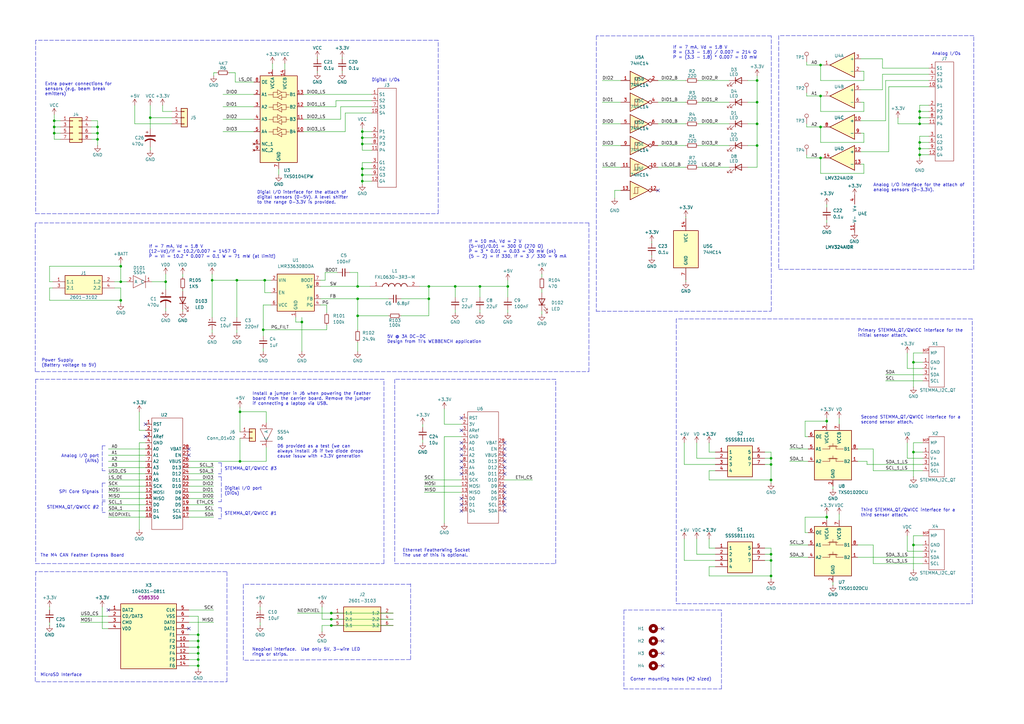
<source format=kicad_sch>
(kicad_sch (version 20231120) (generator "eeschema") (generator_version "8.0")
  (paper "A3")
  (title_block (rev "0"))
  (junction (at 310.515 59.69))
  (junction (at 336.55 26.67))
  (junction (at 97.155 114.935))
  (junction (at 336.55 39.37))
  (junction (at 316.23 190.5))
  (junction (at 49.53 123.19))
  (junction (at 81.28 267.97))
  (junction (at 40.005 54.61))
  (junction (at 148.59 56.515))
  (junction (at 40.005 52.07))
  (junction (at 208.28 117.475))
  (junction (at 316.23 187.96))
  (junction (at 148.59 53.975))
  (junction (at 40.005 57.15))
  (junction (at 146.685 122.555))
  (junction (at 336.55 64.77))
  (junction (at 316.23 229.87))
  (junction (at 148.59 59.055))
  (junction (at 107.95 135.255))
  (junction (at 22.225 52.07))
  (junction (at 310.515 41.91))
  (junction (at 86.995 114.935))
  (junction (at 148.59 74.295))
  (junction (at 374.65 148.59))
  (junction (at 135.89 251.46))
  (junction (at 339.09 172.72))
  (junction (at 374.65 223.52))
  (junction (at 67.945 115.57))
  (junction (at 61.595 48.26))
  (junction (at 49.53 115.57))
  (junction (at 377.19 48.26))
  (junction (at 339.09 212.09))
  (junction (at 135.89 256.54))
  (junction (at 186.69 117.475))
  (junction (at 108.585 114.935))
  (junction (at 336.55 52.07))
  (junction (at 175.895 122.555))
  (junction (at 146.685 129.54))
  (junction (at 81.28 265.43))
  (junction (at 310.515 33.02))
  (junction (at 196.85 117.475))
  (junction (at 377.19 58.42))
  (junction (at 310.515 50.8))
  (junction (at 377.19 60.96))
  (junction (at 148.59 71.755))
  (junction (at 98.425 168.91))
  (junction (at 81.28 273.05))
  (junction (at 316.23 236.22))
  (junction (at 22.225 49.53))
  (junction (at 377.19 50.8))
  (junction (at 374.65 185.42))
  (junction (at 148.59 69.215))
  (junction (at 81.28 262.89))
  (junction (at 123.825 132.08))
  (junction (at 81.28 270.51))
  (junction (at 49.53 109.22))
  (junction (at 316.23 227.33))
  (junction (at 81.28 260.35))
  (junction (at 175.895 117.475))
  (junction (at 316.23 196.85))
  (junction (at 22.225 54.61))
  (junction (at 377.19 63.5))
  (junction (at 377.19 45.72))
  (junction (at 135.89 254))
  (junction (at 146.685 117.475))
  (junction (at 98.425 189.23))
  (no_connect (at 77.47 257.81))
  (no_connect (at 271.78 267.97))
  (no_connect (at 271.78 262.89))
  (no_connect (at 44.45 250.19))
  (no_connect (at 59.69 173.99))
  (no_connect (at 59.69 179.07))
  (no_connect (at 77.47 186.69))
  (no_connect (at 77.47 184.15))
  (no_connect (at 271.78 273.05))
  (no_connect (at 207.01 181.61))
  (no_connect (at 207.01 184.15))
  (no_connect (at 207.01 201.93))
  (no_connect (at 207.01 204.47))
  (no_connect (at 207.01 207.01))
  (no_connect (at 207.01 209.55))
  (no_connect (at 207.01 186.69))
  (no_connect (at 207.01 189.23))
  (no_connect (at 207.01 191.77))
  (no_connect (at 207.01 194.31))
  (no_connect (at 207.01 199.39))
  (no_connect (at 271.78 257.81))
  (no_connect (at 189.23 209.55))
  (no_connect (at 189.23 207.01))
  (no_connect (at 189.23 191.77))
  (no_connect (at 189.23 189.23))
  (no_connect (at 189.23 186.69))
  (no_connect (at 189.23 184.15))
  (no_connect (at 189.23 204.47))
  (no_connect (at 189.23 194.31))
  (no_connect (at 189.23 181.61))
  (no_connect (at 189.23 176.53))
  (no_connect (at 189.23 171.45))
  (no_connect (at 269.875 78.105))
  (wire (pts (xy 91.44 43.815) (xy 104.14 43.815)))
  (wire (pts (xy 77.47 207.01) (xy 87.63 207.01)))
  (polyline (pts (xy 100.33 270.764) (xy 168.402 270.51)) (stroke (width 0) (type dash)))
  (wire (pts (xy 374.65 148.59) (xy 374.65 158.75)))
  (wire (pts (xy 44.45 209.55) (xy 59.69 209.55)))
  (wire (pts (xy 372.11 181.61) (xy 372.11 187.96)))
  (wire (pts (xy 378.46 219.71) (xy 374.65 219.71)))
  (polyline (pts (xy 161.925 231.14) (xy 227.965 231.14)) (stroke (width 0) (type dash)))
  (wire (pts (xy 22.225 52.07) (xy 22.225 49.53)))
  (wire (pts (xy 109.22 189.23) (xy 98.425 189.23)))
  (wire (pts (xy 354.33 71.12) (xy 336.55 71.12)))
  (wire (pts (xy 313.69 224.79) (xy 316.23 224.79)))
  (wire (pts (xy 55.245 50.8) (xy 55.245 43.18)))
  (wire (pts (xy 353.06 36.83) (xy 361.95 36.83)))
  (wire (pts (xy 290.83 193.04) (xy 290.83 196.85)))
  (wire (pts (xy 86.995 135.255) (xy 86.995 136.525)))
  (wire (pts (xy 344.17 171.45) (xy 344.17 173.99)))
  (wire (pts (xy 44.45 204.47) (xy 59.69 204.47)))
  (wire (pts (xy 57.15 176.53) (xy 59.69 176.53)))
  (wire (pts (xy 286.385 68.58) (xy 299.085 68.58)))
  (wire (pts (xy 132.08 248.92) (xy 132.08 254)))
  (wire (pts (xy 293.37 190.5) (xy 280.67 190.5)))
  (wire (pts (xy 175.895 117.475) (xy 186.69 117.475)))
  (wire (pts (xy 135.89 254) (xy 161.29 254)))
  (polyline (pts (xy 14.732 279.654) (xy 93.091 279.654)) (stroke (width 0) (type dash)))
  (polyline (pts (xy 43.18 210.185) (xy 41.91 210.185)) (stroke (width 0) (type dash)))
  (wire (pts (xy 374.65 185.42) (xy 374.65 195.58)))
  (wire (pts (xy 323.85 184.15) (xy 331.47 184.15)))
  (wire (pts (xy 133.35 114.935) (xy 133.35 111.76)))
  (wire (pts (xy 330.2 212.09) (xy 339.09 212.09)))
  (wire (pts (xy 285.75 227.33) (xy 285.75 220.98)))
  (wire (pts (xy 281.305 88.9) (xy 281.305 89.535)))
  (wire (pts (xy 280.67 190.5) (xy 280.67 181.61)))
  (wire (pts (xy 77.47 209.55) (xy 87.63 209.55)))
  (wire (pts (xy 132.08 259.08) (xy 132.08 256.54)))
  (wire (pts (xy 59.69 181.61) (xy 57.15 181.61)))
  (wire (pts (xy 330.835 52.07) (xy 330.835 50.8)))
  (wire (pts (xy 77.47 270.51) (xy 81.28 270.51)))
  (wire (pts (xy 143.51 111.76) (xy 146.685 111.76)))
  (wire (pts (xy 97.155 114.935) (xy 97.155 130.175)))
  (wire (pts (xy 186.69 117.475) (xy 196.85 117.475)))
  (wire (pts (xy 330.835 38.1) (xy 330.835 39.37)))
  (wire (pts (xy 152.4 46.355) (xy 141.605 46.355)))
  (wire (pts (xy 77.47 191.77) (xy 87.63 191.77)))
  (wire (pts (xy 148.59 66.675) (xy 152.4 66.675)))
  (wire (pts (xy 20.32 118.11) (xy 20.32 123.19)))
  (wire (pts (xy 377.19 55.88) (xy 381 55.88)))
  (wire (pts (xy 293.37 193.04) (xy 290.83 193.04)))
  (polyline (pts (xy 41.91 205.74) (xy 41.91 210.185)) (stroke (width 0) (type dash)))
  (wire (pts (xy 316.23 190.5) (xy 316.23 196.85)))
  (wire (pts (xy 49.53 109.22) (xy 49.53 115.57)))
  (wire (pts (xy 173.99 199.39) (xy 189.23 199.39)))
  (wire (pts (xy 336.55 39.37) (xy 337.82 39.37)))
  (wire (pts (xy 81.28 260.35) (xy 81.28 262.89)))
  (wire (pts (xy 131.445 122.555) (xy 146.685 122.555)))
  (wire (pts (xy 269.875 33.02) (xy 281.305 33.02)))
  (wire (pts (xy 77.47 212.09) (xy 87.63 212.09)))
  (wire (pts (xy 91.44 53.975) (xy 104.14 53.975)))
  (wire (pts (xy 49.53 115.57) (xy 52.07 115.57)))
  (wire (pts (xy 353.06 49.53) (xy 363.22 49.53)))
  (wire (pts (xy 87.63 255.27) (xy 77.47 255.27)))
  (wire (pts (xy 323.85 189.23) (xy 331.47 189.23)))
  (wire (pts (xy 374.65 144.78) (xy 374.65 148.59)))
  (wire (pts (xy 358.14 223.52) (xy 358.14 231.14)))
  (polyline (pts (xy 255.905 250.19) (xy 255.905 282.575)) (stroke (width 0) (type dash)))
  (wire (pts (xy 44.45 194.31) (xy 59.69 194.31)))
  (polyline (pts (xy 14.605 155.575) (xy 14.605 231.14)) (stroke (width 0) (type dash)))
  (wire (pts (xy 372.11 144.78) (xy 372.11 151.13)))
  (wire (pts (xy 22.225 57.15) (xy 22.225 54.61)))
  (wire (pts (xy 135.89 256.54) (xy 161.29 256.54)))
  (wire (pts (xy 173.99 196.85) (xy 189.23 196.85)))
  (wire (pts (xy 146.685 111.76) (xy 146.685 117.475)))
  (wire (pts (xy 131.445 117.475) (xy 146.685 117.475)))
  (wire (pts (xy 109.22 183.515) (xy 109.22 189.23)))
  (wire (pts (xy 44.45 201.93) (xy 59.69 201.93)))
  (wire (pts (xy 377.19 58.42) (xy 377.19 60.96)))
  (wire (pts (xy 330.835 52.07) (xy 336.55 52.07)))
  (wire (pts (xy 77.47 196.85) (xy 87.63 196.85)))
  (polyline (pts (xy 41.91 193.04) (xy 43.18 193.04)) (stroke (width 0) (type dash)))
  (wire (pts (xy 372.11 219.71) (xy 372.11 226.06)))
  (wire (pts (xy 49.53 118.11) (xy 49.53 123.19)))
  (polyline (pts (xy 43.18 205.74) (xy 41.91 205.74)) (stroke (width 0) (type dash)))
  (wire (pts (xy 331.47 218.44) (xy 330.2 218.44)))
  (polyline (pts (xy 41.91 198.12) (xy 41.91 205.105)) (stroke (width 0) (type dash)))
  (polyline (pts (xy 295.91 282.575) (xy 295.91 250.19)) (stroke (width 0) (type dash)))
  (wire (pts (xy 21.59 115.57) (xy 20.32 115.57)))
  (wire (pts (xy 40.005 57.15) (xy 40.005 54.61)))
  (polyline (pts (xy 90.805 208.28) (xy 90.805 212.725)) (stroke (width 0) (type dash)))
  (wire (pts (xy 222.25 127.635) (xy 222.25 128.905)))
  (wire (pts (xy 22.225 49.53) (xy 24.765 49.53)))
  (wire (pts (xy 123.825 132.08) (xy 123.825 144.145)))
  (wire (pts (xy 353.06 54.61) (xy 354.33 54.61)))
  (wire (pts (xy 381 43.18) (xy 377.19 43.18)))
  (polyline (pts (xy 89.535 195.58) (xy 90.805 195.58)) (stroke (width 0) (type dash)))
  (wire (pts (xy 140.335 23.495) (xy 140.335 24.13)))
  (wire (pts (xy 363.22 33.02) (xy 381 33.02)))
  (polyline (pts (xy 227.965 155.575) (xy 161.925 155.575)) (stroke (width 0) (type dash)))
  (polyline (pts (xy 41.91 182.88) (xy 41.91 193.04)) (stroke (width 0) (type dash)))
  (wire (pts (xy 313.69 227.33) (xy 316.23 227.33)))
  (wire (pts (xy 74.93 112.395) (xy 74.93 113.665)))
  (wire (pts (xy 269.875 68.58) (xy 281.305 68.58)))
  (wire (pts (xy 77.47 252.73) (xy 81.28 252.73)))
  (wire (pts (xy 351.79 223.52) (xy 358.14 223.52)))
  (wire (pts (xy 196.85 127) (xy 196.85 128.27)))
  (wire (pts (xy 290.83 232.41) (xy 290.83 236.22)))
  (wire (pts (xy 208.28 114.935) (xy 208.28 117.475)))
  (wire (pts (xy 98.425 167.005) (xy 98.425 168.91)))
  (polyline (pts (xy 316.357 127.635) (xy 316.357 14.732)) (stroke (width 0) (type dash)))
  (wire (pts (xy 351.79 184.15) (xy 358.14 184.15)))
  (wire (pts (xy 358.14 193.04) (xy 378.46 193.04)))
  (wire (pts (xy 81.28 270.51) (xy 81.28 273.05)))
  (wire (pts (xy 123.825 130.175) (xy 123.825 132.08)))
  (wire (pts (xy 146.685 140.335) (xy 146.685 144.145)))
  (wire (pts (xy 353.06 67.31) (xy 354.33 67.31)))
  (wire (pts (xy 286.385 33.02) (xy 299.085 33.02)))
  (wire (pts (xy 175.895 117.475) (xy 175.895 122.555)))
  (polyline (pts (xy 157.48 231.14) (xy 157.48 155.575)) (stroke (width 0) (type dash)))
  (wire (pts (xy 293.37 187.96) (xy 285.75 187.96)))
  (wire (pts (xy 374.65 148.59) (xy 378.46 148.59)))
  (wire (pts (xy 364.49 62.23) (xy 364.49 35.56)))
  (wire (pts (xy 81.28 265.43) (xy 81.28 267.97)))
  (polyline (pts (xy 277.368 130.81) (xy 277.368 247.65)) (stroke (width 0) (type dash)))
  (wire (pts (xy 86.995 114.935) (xy 97.155 114.935)))
  (wire (pts (xy 339.09 210.82) (xy 339.09 212.09)))
  (wire (pts (xy 316.23 224.79) (xy 316.23 227.33)))
  (wire (pts (xy 310.515 33.02) (xy 310.515 41.91)))
  (wire (pts (xy 77.47 199.39) (xy 87.63 199.39)))
  (wire (pts (xy 290.83 224.79) (xy 293.37 224.79)))
  (polyline (pts (xy 43.18 198.12) (xy 41.91 198.12)) (stroke (width 0) (type dash)))
  (wire (pts (xy 133.35 111.76) (xy 138.43 111.76)))
  (wire (pts (xy 109.22 168.91) (xy 98.425 168.91)))
  (wire (pts (xy 148.59 71.755) (xy 148.59 74.295)))
  (wire (pts (xy 124.46 48.895) (xy 139.7 48.895)))
  (wire (pts (xy 358.14 184.15) (xy 358.14 193.04)))
  (wire (pts (xy 372.11 226.06) (xy 378.46 226.06)))
  (wire (pts (xy 339.09 90.17) (xy 339.09 91.44)))
  (wire (pts (xy 77.47 201.93) (xy 87.63 201.93)))
  (wire (pts (xy 208.28 127) (xy 208.28 128.27)))
  (wire (pts (xy 37.465 52.07) (xy 40.005 52.07)))
  (wire (pts (xy 330.2 172.72) (xy 339.09 172.72)))
  (polyline (pts (xy 168.402 270.51) (xy 168.402 239.395)) (stroke (width 0) (type dash)))
  (wire (pts (xy 146.685 122.555) (xy 159.385 122.555)))
  (wire (pts (xy 310.515 31.115) (xy 310.515 33.02)))
  (polyline (pts (xy 99.822 239.649) (xy 99.822 270.764)) (stroke (width 0) (type dash)))
  (wire (pts (xy 57.15 168.91) (xy 57.15 176.53)))
  (wire (pts (xy 330.835 64.77) (xy 336.55 64.77)))
  (wire (pts (xy 106.68 255.27) (xy 106.68 256.54)))
  (wire (pts (xy 310.515 50.8) (xy 310.515 59.69)))
  (wire (pts (xy 182.245 179.07) (xy 182.245 214.63)))
  (wire (pts (xy 378.46 181.61) (xy 374.65 181.61)))
  (wire (pts (xy 152.4 41.275) (xy 137.795 41.275)))
  (wire (pts (xy 139.7 43.815) (xy 152.4 43.815)))
  (wire (pts (xy 121.92 251.46) (xy 135.89 251.46)))
  (wire (pts (xy 87.63 29.845) (xy 88.9 29.845)))
  (wire (pts (xy 331.47 179.07) (xy 330.2 179.07)))
  (polyline (pts (xy 244.602 14.732) (xy 244.602 127.635)) (stroke (width 0) (type dash)))
  (wire (pts (xy 313.69 187.96) (xy 316.23 187.96)))
  (wire (pts (xy 148.59 74.295) (xy 148.59 75.565)))
  (polyline (pts (xy 14.605 152.4) (xy 241.554 152.4)) (stroke (width 0) (type dash)))
  (wire (pts (xy 363.22 153.67) (xy 378.46 153.67)))
  (wire (pts (xy 148.59 61.595) (xy 148.59 59.055)))
  (wire (pts (xy 106.68 248.92) (xy 106.68 250.19)))
  (wire (pts (xy 377.19 48.26) (xy 377.19 45.72)))
  (wire (pts (xy 130.175 23.495) (xy 130.175 24.13)))
  (wire (pts (xy 285.75 187.96) (xy 285.75 181.61)))
  (wire (pts (xy 247.015 59.69) (xy 254.635 59.69)))
  (wire (pts (xy 91.44 38.735) (xy 104.14 38.735)))
  (wire (pts (xy 21.59 118.11) (xy 20.32 118.11)))
  (wire (pts (xy 87.63 250.19) (xy 77.47 250.19)))
  (wire (pts (xy 330.835 25.4) (xy 330.835 26.67)))
  (polyline (pts (xy 93.091 279.654) (xy 93.091 234.442)) (stroke (width 0) (type dash)))
  (wire (pts (xy 124.46 53.975) (xy 141.605 53.975)))
  (wire (pts (xy 77.47 194.31) (xy 87.63 194.31)))
  (wire (pts (xy 133.985 125.095) (xy 133.985 128.27)))
  (wire (pts (xy 290.83 196.85) (xy 316.23 196.85)))
  (polyline (pts (xy 43.18 182.88) (xy 41.91 182.88)) (stroke (width 0) (type dash)))
  (wire (pts (xy 148.59 66.675) (xy 148.59 69.215)))
  (wire (pts (xy 37.465 57.15) (xy 40.005 57.15)))
  (wire (pts (xy 33.02 252.73) (xy 44.45 252.73)))
  (wire (pts (xy 207.01 196.85) (xy 218.44 196.85)))
  (wire (pts (xy 313.69 229.87) (xy 316.23 229.87)))
  (wire (pts (xy 148.59 71.755) (xy 152.4 71.755)))
  (wire (pts (xy 164.465 122.555) (xy 175.895 122.555)))
  (wire (pts (xy 44.45 199.39) (xy 59.69 199.39)))
  (wire (pts (xy 77.47 265.43) (xy 81.28 265.43)))
  (polyline (pts (xy 161.925 155.575) (xy 161.925 231.14)) (stroke (width 0) (type dash)))
  (wire (pts (xy 20.32 115.57) (xy 20.32 109.22)))
  (wire (pts (xy 364.49 35.56) (xy 381 35.56)))
  (wire (pts (xy 148.59 56.515) (xy 148.59 53.975)))
  (polyline (pts (xy 168.402 239.649) (xy 99.822 239.649)) (stroke (width 0) (type dash)))
  (wire (pts (xy 74.93 127) (xy 74.93 127.635)))
  (wire (pts (xy 77.47 267.97) (xy 81.28 267.97)))
  (wire (pts (xy 57.15 181.61) (xy 57.15 217.17)))
  (wire (pts (xy 293.37 227.33) (xy 285.75 227.33)))
  (wire (pts (xy 196.85 117.475) (xy 208.28 117.475)))
  (wire (pts (xy 67.945 112.395) (xy 67.945 115.57)))
  (wire (pts (xy 22.225 54.61) (xy 22.225 52.07)))
  (wire (pts (xy 81.28 267.97) (xy 81.28 270.51)))
  (wire (pts (xy 77.47 189.23) (xy 98.425 189.23)))
  (wire (pts (xy 344.17 210.82) (xy 344.17 213.36)))
  (wire (pts (xy 336.55 39.37) (xy 336.55 45.72)))
  (wire (pts (xy 109.22 173.355) (xy 109.22 168.91)))
  (polyline (pts (xy 90.805 195.58) (xy 90.805 205.74)) (stroke (width 0) (type dash)))
  (wire (pts (xy 81.28 273.05) (xy 81.28 274.32)))
  (wire (pts (xy 77.47 204.47) (xy 87.63 204.47)))
  (polyline (pts (xy 14.605 87.63) (xy 179.705 87.63)) (stroke (width 0) (type dash)))
  (wire (pts (xy 290.83 185.42) (xy 293.37 185.42)))
  (wire (pts (xy 316.23 185.42) (xy 316.23 187.96)))
  (wire (pts (xy 377.19 58.42) (xy 381 58.42)))
  (wire (pts (xy 46.99 118.11) (xy 49.53 118.11)))
  (wire (pts (xy 368.3 50.8) (xy 377.19 50.8)))
  (wire (pts (xy 252.095 81.28) (xy 252.095 78.105)))
  (wire (pts (xy 361.95 30.48) (xy 381 30.48)))
  (wire (pts (xy 354.33 67.31) (xy 354.33 71.12)))
  (wire (pts (xy 290.83 220.98) (xy 290.83 224.79)))
  (wire (pts (xy 146.685 129.54) (xy 159.385 129.54)))
  (wire (pts (xy 173.355 180.34) (xy 173.355 181.61)))
  (wire (pts (xy 22.225 49.53) (xy 22.225 46.99)))
  (wire (pts (xy 37.465 54.61) (xy 40.005 54.61)))
  (wire (pts (xy 247.015 33.02) (xy 254.635 33.02)))
  (wire (pts (xy 77.47 273.05) (xy 81.28 273.05)))
  (wire (pts (xy 306.705 50.8) (xy 310.515 50.8)))
  (wire (pts (xy 133.985 133.35) (xy 133.985 135.255)))
  (wire (pts (xy 293.37 232.41) (xy 290.83 232.41)))
  (wire (pts (xy 49.53 107.95) (xy 49.53 109.22)))
  (wire (pts (xy 247.015 41.91) (xy 254.635 41.91)))
  (wire (pts (xy 86.995 112.395) (xy 86.995 114.935)))
  (wire (pts (xy 66.675 45.72) (xy 66.675 43.18)))
  (wire (pts (xy 33.02 255.27) (xy 44.45 255.27)))
  (wire (pts (xy 81.28 252.73) (xy 81.28 260.35)))
  (wire (pts (xy 93.98 29.845) (xy 96.52 29.845)))
  (wire (pts (xy 107.95 142.875) (xy 107.95 144.145)))
  (wire (pts (xy 280.67 229.87) (xy 280.67 220.98)))
  (wire (pts (xy 62.23 115.57) (xy 67.945 115.57)))
  (wire (pts (xy 44.45 189.23) (xy 59.69 189.23)))
  (wire (pts (xy 381 45.72) (xy 377.19 45.72)))
  (wire (pts (xy 87.63 29.845) (xy 87.63 31.115)))
  (wire (pts (xy 131.445 114.935) (xy 133.35 114.935)))
  (wire (pts (xy 108.585 114.935) (xy 111.125 114.935)))
  (wire (pts (xy 336.55 58.42) (xy 336.55 52.07)))
  (wire (pts (xy 20.32 255.27) (xy 20.32 256.54)))
  (wire (pts (xy 269.875 59.69) (xy 281.305 59.69)))
  (wire (pts (xy 339.09 212.09) (xy 339.09 213.36)))
  (wire (pts (xy 186.69 117.475) (xy 186.69 121.92)))
  (wire (pts (xy 111.125 125.095) (xy 107.95 125.095)))
  (wire (pts (xy 40.005 52.07) (xy 40.005 49.53)))
  (wire (pts (xy 132.08 256.54) (xy 135.89 256.54)))
  (wire (pts (xy 67.945 126.365) (xy 67.945 127.635)))
  (wire (pts (xy 40.005 59.69) (xy 40.005 57.15)))
  (polyline (pts (xy 227.965 231.14) (xy 227.965 155.575)) (stroke (width 0) (type dash)))
  (wire (pts (xy 96.52 33.655) (xy 104.14 33.655)))
  (wire (pts (xy 111.125 120.015) (xy 108.585 120.015)))
  (wire (pts (xy 269.875 41.91) (xy 281.305 41.91)))
  (wire (pts (xy 67.945 115.57) (xy 67.945 118.745)))
  (wire (pts (xy 336.55 26.67) (xy 337.82 26.67)))
  (polyline (pts (xy 398.78 247.65) (xy 398.78 130.81)) (stroke (width 0) (type dash)))
  (wire (pts (xy 135.89 251.46) (xy 161.29 251.46)))
  (wire (pts (xy 363.22 49.53) (xy 363.22 33.02)))
  (wire (pts (xy 189.23 179.07) (xy 182.245 179.07)))
  (wire (pts (xy 374.65 223.52) (xy 374.65 233.68)))
  (wire (pts (xy 313.69 185.42) (xy 316.23 185.42)))
  (wire (pts (xy 22.225 52.07) (xy 24.765 52.07)))
  (polyline (pts (xy 295.91 250.19) (xy 255.905 250.19)) (stroke (width 0) (type dash)))
  (wire (pts (xy 146.685 117.475) (xy 151.765 117.475)))
  (wire (pts (xy 20.32 123.19) (xy 49.53 123.19)))
  (wire (pts (xy 61.595 48.26) (xy 61.595 52.705)))
  (polyline (pts (xy 41.91 205.105) (xy 43.18 205.105)) (stroke (width 0) (type dash)))
  (wire (pts (xy 353.06 24.13) (xy 361.95 24.13)))
  (wire (pts (xy 133.985 135.255) (xy 107.95 135.255)))
  (wire (pts (xy 222.25 112.395) (xy 222.25 113.665)))
  (wire (pts (xy 148.59 69.215) (xy 152.4 69.215)))
  (wire (pts (xy 341.63 199.39) (xy 341.63 200.66)))
  (wire (pts (xy 40.005 54.61) (xy 40.005 52.07)))
  (wire (pts (xy 336.55 64.77) (xy 337.82 64.77)))
  (wire (pts (xy 139.7 43.815) (xy 139.7 48.895)))
  (wire (pts (xy 146.685 129.54) (xy 146.685 135.255)))
  (wire (pts (xy 355.6 189.23) (xy 351.79 189.23)))
  (wire (pts (xy 97.155 135.255) (xy 97.155 136.525)))
  (wire (pts (xy 286.385 59.69) (xy 299.085 59.69)))
  (wire (pts (xy 96.52 29.845) (xy 96.52 33.655)))
  (polyline (pts (xy 89.535 212.725) (xy 90.805 212.725)) (stroke (width 0) (type dash)))
  (wire (pts (xy 381 48.26) (xy 377.19 48.26)))
  (wire (pts (xy 361.95 36.83) (xy 361.95 30.48)))
  (wire (pts (xy 70.485 45.72) (xy 66.675 45.72)))
  (wire (pts (xy 175.895 122.555) (xy 175.895 129.54)))
  (wire (pts (xy 330.835 39.37) (xy 336.55 39.37)))
  (wire (pts (xy 306.705 41.91) (xy 310.515 41.91)))
  (polyline (pts (xy 92.964 234.442) (xy 14.605 234.442)) (stroke (width 0) (type dash)))
  (wire (pts (xy 378.46 144.78) (xy 374.65 144.78)))
  (polyline (pts (xy 241.554 91.44) (xy 14.605 91.44)) (stroke (width 0) (type dash)))
  (wire (pts (xy 310.515 59.69) (xy 310.515 68.58)))
  (wire (pts (xy 46.99 115.57) (xy 49.53 115.57)))
  (wire (pts (xy 351.79 228.6) (xy 378.46 228.6)))
  (polyline (pts (xy 255.905 282.575) (xy 295.91 282.575)) (stroke (width 0) (type dash)))
  (wire (pts (xy 116.84 26.035) (xy 116.84 28.575)))
  (wire (pts (xy 98.425 179.705) (xy 98.425 189.23)))
  (polyline (pts (xy 316.357 14.732) (xy 244.602 14.732)) (stroke (width 0) (type dash)))
  (wire (pts (xy 111.76 26.035) (xy 111.76 28.575)))
  (wire (pts (xy 173.99 201.93) (xy 189.23 201.93)))
  (wire (pts (xy 86.995 114.935) (xy 86.995 130.175)))
  (polyline (pts (xy 89.535 205.74) (xy 90.805 205.74)) (stroke (width 0) (type dash)))
  (wire (pts (xy 293.37 229.87) (xy 280.67 229.87)))
  (wire (pts (xy 377.19 45.72) (xy 377.19 43.18)))
  (wire (pts (xy 354.33 33.02) (xy 336.55 33.02)))
  (wire (pts (xy 330.2 179.07) (xy 330.2 172.72)))
  (wire (pts (xy 148.59 69.215) (xy 148.59 71.755)))
  (wire (pts (xy 121.285 130.175) (xy 121.285 132.08)))
  (wire (pts (xy 70.485 48.26) (xy 61.595 48.26)))
  (wire (pts (xy 361.95 27.94) (xy 381 27.94)))
  (wire (pts (xy 22.225 54.61) (xy 24.765 54.61)))
  (wire (pts (xy 252.095 78.105) (xy 254.635 78.105)))
  (wire (pts (xy 55.245 50.8) (xy 70.485 50.8)))
  (wire (pts (xy 247.015 50.8) (xy 254.635 50.8)))
  (wire (pts (xy 208.28 117.475) (xy 208.28 121.92)))
  (wire (pts (xy 196.85 117.475) (xy 196.85 121.92)))
  (wire (pts (xy 44.45 191.77) (xy 59.69 191.77)))
  (polyline (pts (xy 277.368 247.65) (xy 398.78 247.65)) (stroke (width 0) (type dash)))
  (polyline (pts (xy 319.405 14.605) (xy 319.405 110.49)) (stroke (width 0) (type dash)))
  (wire (pts (xy 353.06 29.21) (xy 354.33 29.21)))
  (wire (pts (xy 41.91 257.81) (xy 44.45 257.81)))
  (wire (pts (xy 152.4 59.055) (xy 148.59 59.055)))
  (wire (pts (xy 355.6 190.5) (xy 355.6 189.23)))
  (wire (pts (xy 131.445 125.095) (xy 133.985 125.095)))
  (wire (pts (xy 358.14 231.14) (xy 378.46 231.14)))
  (polyline (pts (xy 319.405 110.49) (xy 399.415 110.49)) (stroke (width 0) (type dash)))
  (wire (pts (xy 377.19 63.5) (xy 377.19 64.77)))
  (wire (pts (xy 374.65 219.71) (xy 374.65 223.52)))
  (wire (pts (xy 107.95 135.255) (xy 107.95 137.795)))
  (wire (pts (xy 316.23 236.22) (xy 316.23 237.49)))
  (wire (pts (xy 354.33 54.61) (xy 354.33 58.42)))
  (wire (pts (xy 182.245 167.64) (xy 182.245 173.99)))
  (wire (pts (xy 77.47 260.35) (xy 81.28 260.35)))
  (polyline (pts (xy 399.415 110.49) (xy 399.415 14.605)) (stroke (width 0) (type dash)))
  (wire (pts (xy 152.4 53.975) (xy 148.59 53.975)))
  (polyline (pts (xy 89.535 189.865) (xy 90.805 189.865)) (stroke (width 0) (type dash)))
  (wire (pts (xy 124.46 43.815) (xy 137.795 43.815)))
  (wire (pts (xy 310.515 41.91) (xy 310.515 50.8)))
  (wire (pts (xy 339.09 172.72) (xy 339.09 173.99)))
  (polyline (pts (xy 157.48 155.575) (xy 14.605 155.575)) (stroke (width 0) (type dash)))
  (wire (pts (xy 336.55 64.77) (xy 336.55 71.12)))
  (wire (pts (xy 377.19 63.5) (xy 381 63.5)))
  (wire (pts (xy 290.83 236.22) (xy 316.23 236.22)))
  (polyline (pts (xy 399.415 14.605) (xy 319.405 14.605)) (stroke (width 0) (type dash)))
  (wire (pts (xy 354.33 45.72) (xy 336.55 45.72)))
  (wire (pts (xy 124.46 38.735) (xy 152.4 38.735)))
  (wire (pts (xy 372.11 151.13) (xy 378.46 151.13)))
  (wire (pts (xy 44.45 184.15) (xy 59.69 184.15)))
  (wire (pts (xy 81.28 262.89) (xy 81.28 265.43)))
  (wire (pts (xy 172.085 117.475) (xy 175.895 117.475)))
  (wire (pts (xy 286.385 50.8) (xy 299.085 50.8)))
  (wire (pts (xy 316.23 196.85) (xy 316.23 198.12)))
  (wire (pts (xy 281.305 114.935) (xy 281.305 115.57)))
  (polyline (pts (xy 244.475 127.635) (xy 316.23 127.635)) (stroke (width 0) (type dash)))
  (polyline (pts (xy 90.805 189.865) (xy 90.805 194.31)) (stroke (width 0) (type dash)))
  (polyline (pts (xy 14.605 16.51) (xy 14.605 87.63)) (stroke (width 0) (type dash)))
  (wire (pts (xy 372.11 187.96) (xy 378.46 187.96)))
  (wire (pts (xy 98.425 168.91) (xy 98.425 177.165)))
  (wire (pts (xy 377.19 60.96) (xy 381 60.96)))
  (wire (pts (xy 108.585 120.015) (xy 108.585 114.935)))
  (wire (pts (xy 363.22 156.21) (xy 378.46 156.21)))
  (wire (pts (xy 114.3 69.215) (xy 114.3 71.755)))
  (wire (pts (xy 107.95 125.095) (xy 107.95 135.255)))
  (wire (pts (xy 323.85 228.6) (xy 331.47 228.6)))
  (wire (pts (xy 368.3 48.26) (xy 368.3 50.8)))
  (wire (pts (xy 323.85 223.52) (xy 331.47 223.52)))
  (polyline (pts (xy 398.78 130.81) (xy 277.368 130.81)) (stroke (width 0) (type dash)))
  (wire (pts (xy 61.595 48.26) (xy 61.595 43.18)))
  (wire (pts (xy 306.705 33.02) (xy 310.515 33.02)))
  (wire (pts (xy 381 50.8) (xy 377.19 50.8)))
  (wire (pts (xy 336.55 52.07) (xy 337.82 52.07)))
  (wire (pts (xy 354.33 29.21) (xy 354.33 33.02)))
  (polyline (pts (xy 89.535 194.31) (xy 90.805 194.31)) (stroke (width 0) (type dash)))
  (wire (pts (xy 44.45 207.01) (xy 59.69 207.01)))
  (polyline (pts (xy 179.705 16.51) (xy 14.605 16.51)) (stroke (width 0) (type dash)))
  (wire (pts (xy 77.47 262.89) (xy 81.28 262.89)))
  (wire (pts (xy 286.385 41.91) (xy 299.085 41.91)))
  (wire (pts (xy 353.06 41.91) (xy 354.33 41.91)))
  (wire (pts (xy 148.59 74.295) (xy 152.4 74.295)))
  (wire (pts (xy 330.835 26.67) (xy 336.55 26.67)))
  (wire (pts (xy 306.705 68.58) (xy 310.515 68.58)))
  (wire (pts (xy 186.69 127) (xy 186.69 128.27)))
  (wire (pts (xy 290.83 181.61) (xy 290.83 185.42)))
  (wire (pts (xy 354.33 58.42) (xy 336.55 58.42)))
  (wire (pts (xy 267.335 99.06) (xy 267.335 99.695)))
  (wire (pts (xy 247.015 68.58) (xy 254.635 68.58)))
  (wire (pts (xy 41.91 248.92) (xy 41.91 257.81)))
  (wire (pts (xy 313.69 190.5) (xy 316.23 190.5)))
  (wire (pts (xy 377.19 55.88) (xy 377.19 58.42)))
  (wire (pts (xy 339.09 171.45) (xy 339.09 172.72)))
  (wire (pts (xy 361.95 24.13) (xy 361.95 27.94)))
  (wire (pts (xy 44.45 186.69) (xy 59.69 186.69)))
  (wire (pts (xy 148.59 53.975) (xy 148.59 52.705)))
  (wire (pts (xy 146.685 122.555) (xy 146.685 129.54)))
  (wire (pts (xy 182.245 173.99) (xy 189.23 173.99)))
  (wire (pts (xy 374.65 223.52) (xy 378.46 223.52)))
  (wire (pts (xy 316.23 227.33) (xy 316.23 229.87)))
  (wire (pts (xy 377.19 60.96) (xy 377.19 63.5)))
  (wire (pts (xy 24.765 57.15) (xy 22.225 57.15)))
  (wire (pts (xy 130.175 29.21) (xy 130.175 29.845)))
  (wire (pts (xy 330.835 63.5) (xy 330.835 64.77)))
  (wire (pts (xy 137.795 41.275) (xy 137.795 43.815)))
  (wire (pts (xy 341.63 238.76) (xy 341.63 240.03)))
  (wire (pts (xy 267.335 104.775) (xy 267.335 105.41)))
  (polyline (pts (xy 14.605 234.315) (xy 14.478 279.654)) (stroke (width 0) (type dash)))
  (wire (pts (xy 336.55 33.02) (xy 336.55 26.67)))
  (wire (pts (xy 132.08 254) (xy 135.89 254)))
  (wire (pts (xy 49.53 123.19) (xy 49.53 124.46)))
  (wire (pts (xy 61.595 60.325) (xy 61.595 61.595)))
  (wire (pts (xy 148.59 59.055) (xy 148.59 56.515)))
  (wire (pts (xy 377.19 50.8) (xy 377.19 48.26)))
  (wire (pts (xy 152.4 61.595) (xy 148.59 61.595)))
  (wire (pts (xy 40.005 49.53) (xy 37.465 49.53)))
  (wire (pts (xy 152.4 56.515) (xy 148.59 56.515)))
  (wire (pts (xy 374.65 181.61) (xy 374.65 185.42)))
  (wire (pts (xy 222.25 118.745) (xy 222.25 120.015)))
  (wire (pts (xy 330.2 218.44) (xy 330.2 212.09)))
  (wire (pts (xy 353.06 62.23) (xy 364.49 62.23)))
  (polyline (pts (xy 179.705 87.63) (xy 179.705 16.51)) (stroke (width 0) (type dash)))
  (wire (pts (xy 354.33 41.91) (xy 354.33 45.72)))
  (wire (pts (xy 140.335 29.21) (xy 140.335 29.845)))
  (wire (pts (xy 44.45 212.09) (xy 59.69 212.09)))
  (wire (pts (xy 91.44 48.895) (xy 104.14 48.895)))
  (wire (pts (xy 20.32 248.92) (xy 20.32 250.19)))
  (wire (pts (xy 121.285 132.08) (xy 123.825 132.08)))
  (wire (pts (xy 339.09 83.82) (xy 339.09 85.09)))
  (wire (pts (xy 269.875 50.8) (xy 281.305 50.8)))
  (wire (pts (xy 74.93 118.745) (xy 74.93 119.38)))
  (wire (pts (xy 141.605 46.355) (xy 141.605 53.975)))
  (polyline (pts (xy 14.605 231.14) (xy 157.48 231.14)) (stroke (width 0) (type dash)))
  (wire (pts (xy 173.355 173.99) (xy 173.355 175.26)))
  (wire (pts (xy 306.705 59.69) (xy 310.515 59.69)))
  (wire (pts (xy 355.6 190.5) (xy 378.46 190.5)))
  (polyline (pts (xy 89.535 208.28) (xy 90.805 208.28)) (stroke (width 0) (type dash)))
  (wire (pts (xy 97.155 114.935) (xy 108.585 114.935)))
  (polyline (pts (xy 241.554 152.4) (xy 241.554 91.44)) (stroke (width 0) (type dash)))
  (wire (pts (xy 316.23 187.96) (xy 316.23 190.5)))
  (polyline (pts (xy 14.478 91.44) (xy 14.478 152.4)) (stroke (width 0) (type dash)))
  (wire (pts (xy 316.23 229.87) (xy 316.23 236.22)))
  (wire (pts (xy 44.45 196.85) (xy 59.69 196.85)))
  (wire (pts (xy 20.32 109.22) (xy 49.53 109.22)))
  (wire (pts (xy 374.65 185.42) (xy 378.46 185.42)))
  (wire (pts (xy 164.465 129.54) (xy 175.895 129.54)))
  (text "Corner mounting holes (M2 sized)" (at 258.445 279.4 0) (effects (font (size 1.27 1.27)) (justify left bottom)))
  (text "Digital I/Os" (at 152.4 33.655 0) (effects (font (size 1.27 1.27)) (justify left bottom)))
  (text "Install a jumper in J6 when powering the Feather\nboard from the carrier board. Remove the jumper\nif connecting a laptop via USB.  " (at 103.505 166.37 0) (effects (font (size 1.27 1.27)) (justify left bottom)))
  (text "Analog I/Os" (at 382.27 22.86 0) (effects (font (size 1.27 1.27)) (justify left bottom)))
  (text "5V @ 3A DC-DC\nDesign from TI's WEBBENCH application" (at 158.75 140.97 0) (effects (font (size 1.27 1.27)) (justify left bottom)))
  (text "Primary STEMMA_QT/QWICC interface for the\ninitial sensor attach." (at 351.79 138.43 0) (effects (font (size 1.27 1.27)) (justify left bottom)))
  (text "Extra power connections for\nsensors (e.g. beam break\nemitters)" (at 18.415 39.37 0) (effects (font (size 1.27 1.27)) (justify left bottom)))
  (text "Digial I/O interface for the attach of\ndigital sensors (0-5V). A level shifter\nto the range 0-3.3V is provided." (at 105.41 83.82 0) (effects (font (size 1.27 1.27)) (justify left bottom)))
  (text "The M4 CAN Feather Express Board" (at 16.51 228.6 0) (effects (font (size 1.27 1.27)) (justify left bottom)))
  (text "Second STEMMA_QT/QWICC interface for a\nsecond sensor attach." (at 353.06 173.99 0) (effects (font (size 1.27 1.27)) (justify left bottom)))
  (text "If = 10 mA, Vd = 2 V\n(5-Vd)/0.01 = 300 Ω (270 Ω)\nP = 3 * 0.01 = 0.03 = 30 mW (ok)\n(5 - 2) = If 330, If = 3 / 330 = 9 mA" (at 192.151 106.045 0) (effects (font (size 1.27 1.27)) (justify left bottom)))
  (text "Digital I/O port\n(DIOs)" (at 92.075 203.2 0) (effects (font (size 1.27 1.27)) (justify left bottom)))
  (text "MicroSD Interface" (at 16.51 277.622 0) (effects (font (size 1.27 1.27)) (justify left bottom)))
  (text "Analog I/O port\n(AINs)" (at 40.64 189.865 0) (effects (font (size 1.27 1.27)) (justify right bottom)))
  (text "STEMMA_QT/QWICC #1" (at 92.075 211.455 0) (effects (font (size 1.27 1.27)) (justify left bottom)))
  (text "If = 7 mA, Vd = 1.8 V\n(12-Vd)/If = 10.2/0.007 = 1457 Ω\nP = VI = 10.2 * 0.007 = 0.1 W = 71 mW (at limit!)" (at 60.96 106.045 0) (effects (font (size 1.27 1.27)) (justify left bottom)))
  (text "STEMMA_QT/QWICC #2" (at 40.64 208.915 0) (effects (font (size 1.27 1.27)) (justify right bottom)))
  (text "SPI Core Signals" (at 40.64 202.565 0) (effects (font (size 1.27 1.27)) (justify right bottom)))
  (text "Analog I/O interface for the attach of\nanalog sensors (0-3.3V)." (at 358.14 78.74 0) (effects (font (size 1.27 1.27)) (justify left bottom)))
  (text "STEMMA_QT/QWICC #3" (at 92.075 193.04 0) (effects (font (size 1.27 1.27)) (justify left bottom)))
  (text "Neopixel interface.  Use only 5V, 3-wire LED\nrings or strips." (at 103.378 269.24 0) (effects (font (size 1.27 1.27)) (justify left bottom)))
  (text "Power Supply\n(Battery voltage to 5V)" (at 17.018 150.622 0) (effects (font (size 1.27 1.27)) (justify left bottom)))
  (text "Ethernet FeatherWing Socket\nThe use of this is optional." (at 165.1 228.6 0) (effects (font (size 1.27 1.27)) (justify left bottom)))
  (text "D6 provided as a test (we can\nalways install J6 if two diode drops\ncause issuw with +3.3V generation" (at 113.665 187.96 0) (effects (font (size 1.27 1.27)) (justify left bottom)))
  (text "Third STEMMA_QT/QWICC interface for a\nthird sensor attach." (at 353.06 212.09 0) (effects (font (size 1.27 1.27)) (justify left bottom)))
  (text "If = 7 mA, Vd = 1.8 V\nR = (3.3 - 1.8) / 0.007 = 214 Ω\nP = (3.3 - 1.8) * 0.007 = 10 mW\n" (at 275.971 24.384 0) (effects (font (size 1.27 1.27)) (justify left bottom)))
  (label "A2" (at 45.72 189.23 0))
  (label "DIO1_B" (at 271.145 41.91 0))
  (label "ETH_CS" (at 218.44 196.85 180))
  (label "LS_OE" (at 97.79 33.655 0))
  (label "SCK" (at 44.45 199.39 0))
  (label "LS_OE" (at 44.45 196.85 0))
  (label "SCK" (at 173.99 196.85 0))
  (label "A0" (at 45.72 184.15 0))
  (label "NEOPIXEL" (at 121.92 251.46 0))
  (label "LS_OE_B" (at 271.145 68.58 0))
  (label "DIO0_LS" (at 125.73 38.735 0))
  (label "SCL_3" (at 323.85 223.52 0))
  (label "DIO2_LS" (at 125.73 48.895 0))
  (label "A1" (at 45.72 186.69 0))
  (label "SCL_1" (at 44.45 207.01 0))
  (label "SCL" (at 87.63 209.55 180))
  (label "NEOPIXEL" (at 44.45 212.09 0))
  (label "SCL" (at 363.22 156.21 0))
  (label "DIO1" (at 87.63 201.93 180))
  (label "SDA" (at 363.22 153.67 0))
  (label "DIO1_LS" (at 125.73 43.815 0))
  (label "A3" (at 45.72 191.77 0))
  (label "A3" (at 332.74 64.77 0))
  (label "LS_OE_R" (at 287.655 68.58 0))
  (label "DIO0_R" (at 287.655 50.8 0))
  (label "DIO0" (at 247.015 50.8 0))
  (label "SW" (at 135.255 117.475 0))
  (label "LS_OE" (at 247.015 68.58 0))
  (label "MOSI" (at 44.45 201.93 0))
  (label "SDA_1" (at 44.45 209.55 0))
  (label "A2" (at 332.74 52.07 0))
  (label "DIO1_R" (at 287.655 41.91 0))
  (label "SDA_3_LS" (at 363.22 228.6 0))
  (label "MISO" (at 44.45 204.47 0))
  (label "DIO1" (at 247.015 41.91 0))
  (label "SDA_1" (at 323.85 189.23 0))
  (label "A0" (at 332.74 26.67 0))
  (label "DIO2_B" (at 271.145 33.02 0))
  (label "MISO" (at 87.63 255.27 180))
  (label "DIO0" (at 87.63 204.47 180))
  (label "MISO" (at 173.99 201.93 0))
  (label "BOOT" (at 133.35 111.76 0))
  (label "SCL_1_LS" (at 363.22 193.04 0))
  (label "SCL_1" (at 323.85 184.15 0))
  (label "PG" (at 132.08 125.095 0))
  (label "DIO2_R" (at 287.655 33.02 0))
  (label "A1" (at 332.74 39.37 0))
  (label "FB" (at 135.255 122.555 0))
  (label "DIO3_B" (at 271.145 59.69 0))
  (label "SDA" (at 87.63 212.09 180))
  (label "SCL_3_LS" (at 363.22 231.14 0))
  (label "DIO0_B" (at 271.145 50.8 0))
  (label "DIO2" (at 87.63 199.39 180))
  (label "SDA_3" (at 87.63 194.31 180))
  (label "DIO3_LS" (at 125.73 53.975 0))
  (label "SDA_1_LS" (at 363.22 190.5 0))
  (label "DIO0" (at 92.71 38.735 0))
  (label "DIO3_R" (at 287.655 59.69 0))
  (label "DIO1" (at 92.71 43.815 0))
  (label "SCL_3" (at 87.63 191.77 180))
  (label "USD_CS" (at 44.45 194.31 0))
  (label "DIO3" (at 247.015 59.69 0))
  (label "SCK" (at 87.63 250.19 180))
  (label "USD_CS" (at 33.02 252.73 0))
  (label "MOSI" (at 33.02 255.27 0))
  (label "DIO2" (at 247.015 33.02 0))
  (label "ETH_CS" (at 87.63 207.01 180))
  (label "MOSI" (at 173.99 199.39 0))
  (label "SDA_3" (at 323.85 228.6 0))
  (label "DIO2" (at 92.71 48.895 0))
  (label "DIO3" (at 87.63 196.85 180))
  (label "PG_FILT" (at 111.125 135.255 0))
  (label "DIO3" (at 92.71 53.975 0))
  (symbol (lib_id "power:VDD") (at 67.945 112.395 0) (unit 1)
    (property "Reference" "#PWR0149" (effects (hide yes)))
    (property "Value" "VDD" (at 67.945 108.585 0))
    (property "Description" "Power symbol creates a global label with name \"VDD\"" (effects (hide yes)))
  )
  (symbol (lib_id "Appreciate:Feather_M4_CAN_Express") (at 198.12 212.09 0) (unit 1)
    (property "Reference" "U6" (at 196.85 167.64 0))
    (property "Value" "Feather_M4_CAN_Express" (effects (hide yes)))
    (property "Footprint" "Appreciate:Feather_M4_CAN_Express" (effects (hide yes)))
  )
  (symbol (lib_id "Device:C_Polarized_US") (at 61.595 56.515 0) (unit 1)
    (property "Reference" "C26" (at 55.245 56.515 0) (effects (justify left)))
    (property "Value" "470u" (at 53.975 59.055 0) (effects (justify left)))
    (property "Footprint" "Appreciate:CAPAE830X1050N" (effects (hide yes)))
    (property "Description" "Polarized capacitor, US symbol" (effects (hide yes)))
    (property "LCSC" "C340767" (effects (hide yes)))
  )
  (symbol (lib_id "power:VDC") (at 344.17 210.82 0) (unit 1)
    (property "Reference" "#PWR024" (effects (hide yes)))
    (property "Value" "VDC" (at 344.17 207.264 0))
    (property "Description" "Power symbol creates a global label with name \"VDC\"" (effects (hide yes)))
  )
  (symbol (lib_id "power:+BATT") (at 49.53 107.95 0) (unit 1)
    (property "Reference" "#PWR0153" (effects (hide yes)))
    (property "Value" "+BATT" (at 49.53 104.14 0))
    (property "Description" "Power symbol creates a global label with name \"+BATT\"" (effects (hide yes)))
  )
  (symbol (lib_id "74xx:74HC14") (at 262.255 41.91 0) (unit 2)
    (property "Reference" "U5" (at 262.255 32.385 0))
    (property "Value" "74HC14" (at 262.255 34.925 0))
    (property "Footprint" "Package_SO:TSSOP-14_4.4x5mm_P0.65mm" (effects (hide yes)))
    (property "Datasheet" "http://www.ti.com/lit/gpn/sn74HC14" (effects (hide yes)))
    (property "Description" "Hex inverter schmitt trigger" (effects (hide yes)))
    (property "LCSC" "C2866133" (effects (hide yes)))
  )
  (symbol (lib_id "power:GND") (at 140.335 29.845 0) (unit 1)
    (property "Reference" "#PWR0126" (effects (hide yes)))
    (property "Value" "GND" (at 140.335 33.655 0))
    (property "Description" "Power symbol creates a global label with name \"GND\" , ground" (effects (hide yes)))
  )
  (symbol (lib_id "power:GND") (at 267.335 105.41 0) (unit 1)
    (property "Reference" "#PWR0138" (effects (hide yes)))
    (property "Value" "GND" (at 267.335 109.22 0))
    (property "Description" "Power symbol creates a global label with name \"GND\" , ground" (effects (hide yes)))
  )
  (symbol (lib_id "Amplifier_Operational:LM324") (at 345.44 64.77 0) (mirror y) (unit 4)
    (property "Reference" "U4" (at 344.17 60.96 0))
    (property "Value" "LMV324AIDR" (at 344.17 73.025 0))
    (property "Footprint" "Package_SO:SOIC-14_3.9x8.7mm_P1.27mm" (effects (hide yes)))
    (property "Datasheet" "http://www.ti.com/lit/ds/symlink/lm2902-n.pdf" (effects (hide yes)))
    (property "Description" "Low-Power, Quad-Operational Amplifiers, DIP-14/SOIC-14/SSOP-14" (effects (hide yes)))
    (property "LCSC" "C484732" (effects (hide yes)))
  )
  (symbol (lib_id "power:GND") (at 114.3 71.755 0) (unit 1)
    (property "Reference" "#PWR0116" (effects (hide yes)))
    (property "Value" "GND" (at 114.3 75.565 0))
    (property "Description" "Power symbol creates a global label with name \"GND\" , ground" (effects (hide yes)))
  )
  (symbol (lib_id "Device:C_Small") (at 208.28 124.46 0) (unit 1)
    (property "Reference" "C9" (at 210.82 123.1962 0) (effects (justify left)))
    (property "Value" "100nF" (at 210.82 125.7362 0) (effects (justify left)))
    (property "Footprint" "Capacitor_SMD:C_0603_1608Metric" (effects (hide yes)))
    (property "Description" "Unpolarized capacitor, small symbol" (effects (hide yes)))
    (property "LCSC" "C14663" (effects (hide yes)))
  )
  (symbol (lib_id "power:GND") (at 123.825 144.145 0) (unit 1)
    (property "Reference" "#PWR0146" (effects (hide yes)))
    (property "Value" "GND" (at 123.825 147.955 0))
    (property "Description" "Power symbol creates a global label with name \"GND\" , ground" (effects (hide yes)))
  )
  (symbol (lib_id "Device:LED") (at 302.895 41.91 0) (unit 1)
    (property "Reference" "D4" (at 300.99 37.465 0))
    (property "Value" "LED" (at 300.99 39.37 0))
    (property "Footprint" "LED_SMD:LED_0603_1608Metric" (effects (hide yes)))
    (property "Description" "Light emitting diode" (effects (hide yes)))
    (property "LCSC" "C2286" (effects (hide yes)))
  )
  (symbol (lib_id "Device:R_Small") (at 133.985 130.81 0) (unit 1)
    (property "Reference" "R101" (at 136.525 129.5399 0) (effects (justify left)))
    (property "Value" "100k" (at 136.525 132.0799 0) (effects (justify left)))
    (property "Footprint" "Resistor_SMD:R_0603_1608Metric" (effects (hide yes)))
    (property "Description" "Resistor, small symbol" (effects (hide yes)))
    (property "LCSC" "C25803" (effects (hide yes)))
  )
  (symbol (lib_id "power:+3.3V") (at 41.91 248.92 0) (unit 1)
    (property "Reference" "#PWR018" (effects (hide yes)))
    (property "Value" "+3.3V" (at 41.91 245.11 0))
    (property "Description" "Power symbol creates a global label with name \"+3.3V\"" (effects (hide yes)))
  )
  (symbol (lib_name "GND_1") (lib_id "power:GND") (at 316.23 237.49 0) (unit 1)
    (property "Reference" "#PWR019" (effects (hide yes)))
    (property "Value" "GND" (at 316.23 241.3 0))
    (property "Description" "Power symbol creates a global label with name \"GND\" , ground" (effects (hide yes)))
  )
  (symbol (lib_id "power:+3.3V") (at 339.09 210.82 0) (unit 1)
    (property "Reference" "#PWR023" (effects (hide yes)))
    (property "Value" "+3.3V" (at 339.09 207.264 0))
    (property "Description" "Power symbol creates a global label with name \"+3.3V\"" (effects (hide yes)))
  )
  (symbol (lib_id "Connector:TestPoint") (at 330.835 50.8 0) (unit 1)
    (property "Reference" "TP3" (at 326.39 49.53 0) (effects (justify left)))
    (property "Value" "TestPoint" (effects (hide yes)))
    (property "Footprint" "TestPoint:TestPoint_Pad_1.5x1.5mm" (effects (hide yes)))
    (property "Description" "test point" (effects (hide yes)))
  )
  (symbol (lib_id "power:GND") (at 350.52 95.25 0) (unit 1)
    (property "Reference" "#PWR0124" (effects (hide yes)))
    (property "Value" "GND" (at 350.393 99.06 0))
    (property "Description" "Power symbol creates a global label with name \"GND\" , ground" (effects (hide yes)))
  )
  (symbol (lib_id "Appreciate:UPR20e3") (at 105.41 178.435 270) (unit 1)
    (property "Reference" "D6" (at 114.935 179.705 90))
    (property "Value" "SS54" (at 116.205 177.165 90))
    (property "Footprint" "Appreciate:DO-214AC" (effects (hide yes)))
    (property "Datasheet" "https://wmsc.lcsc.com/wmsc/upload/file/pdf/v2/lcsc/2303141100_MDD-Microdiode-Electronics-SS54_C22452.pdf" (effects (hide yes)))
    (property "LCSC" "C22452" (effects (hide yes)))
  )
  (symbol (lib_id "power:GND") (at 49.53 124.46 0) (unit 1)
    (property "Reference" "#PWR0154" (effects (hide yes)))
    (property "Value" "GND" (at 49.53 128.27 0))
    (property "Description" "Power symbol creates a global label with name \"GND\" , ground" (effects (hide yes)))
  )
  (symbol (lib_id "Appreciate:SSSS811101") (at 293.37 185.42 0) (unit 1)
    (property "Reference" "S2" (at 303.53 177.8 0))
    (property "Value" "SSSS811101" (at 303.53 180.34 0))
    (property "Footprint" "Appreciate:SSSS811101" (effects (hide yes)))
    (property "Description" "Slide Switches SPDT HORZ GRND 1.5mm" (effects (hide yes)))
    (property "Height" "1.6" (effects (hide yes)))
    (property "Manufacturer_Name" "ALPS Electric" (effects (hide yes)))
    (property "Manufacturer_Part_Number" "SSSS811101" (effects (hide yes)))
    (property "Mouser Part Number" "688-SSSS811101" (effects (hide yes)))
    (property "Mouser Price/Stock" "https://www.mouser.co.uk/ProductDetail/Alps-Alpine/SSSS811101?qs=m0BA540hBPe%2FELmLcs%2FcCA%3D%3D" (effects (hide yes)))
    (property "Arrow Part Number" "SSSS811101" (effects (hide yes)))
    (property "Arrow Price/Stock" "https://www.arrow.com/en/products/ssss811101/alps-electric" (effects (hide yes)))
    (property "LCSC" "C109335" (effects (hide yes)))
  )
  (symbol (lib_id "power:GND") (at 374.65 158.75 0) (unit 1)
    (property "Reference" "#PWR0103" (effects (hide yes)))
    (property "Value" "GND" (at 374.65 162.56 0))
    (property "Description" "Power symbol creates a global label with name \"GND\" , ground" (effects (hide yes)))
  )
  (symbol (lib_id "Regulator_Switching:LMR33630BDDA") (at 121.285 120.015 0) (unit 1)
    (property "Reference" "U1" (at 121.285 106.68 0))
    (property "Value" "LMR33630BDDA" (at 121.285 109.22 0))
    (property "Footprint" "Package_SO:Texas_HSOP-8-1EP_3.9x4.9mm_P1.27mm_ThermalVias" (effects (hide yes)))
    (property "Datasheet" "http://www.ti.com/lit/ds/symlink/lmr33630.pdf" (effects (hide yes)))
    (property "Description" "Simple Switcher Synchronous Buck Regulator, Vin=3.8-36V, Iout=3A, F=1400kHz, Adjustable output voltage, HSOP-8" (effects (hide yes)))
    (property "LCSC" "C544370" (effects (hide yes)))
  )
  (symbol (lib_id "Appreciate:conn_04_03") (at 154.94 75.565 0) (unit 1)
    (property "Reference" "J3" (at 157.48 34.925 0) (effects (justify left)))
    (property "Value" "conn_04_03" (effects (hide yes)))
    (property "Footprint" "Appreciate:conn_04x03" (effects (hide yes)))
  )
  (symbol (lib_id "74xx:74HC14") (at 262.255 50.8 0) (unit 3)
    (property "Reference" "U5" (at 262.255 41.275 0))
    (property "Value" "74HC14" (at 262.255 43.815 0))
    (property "Footprint" "Package_SO:TSSOP-14_4.4x5mm_P0.65mm" (effects (hide yes)))
    (property "Datasheet" "http://www.ti.com/lit/gpn/sn74HC14" (effects (hide yes)))
    (property "Description" "Hex inverter schmitt trigger" (effects (hide yes)))
    (property "LCSC" "C2866133" (effects (hide yes)))
  )
  (symbol (lib_id "Logic_LevelTranslator:TXS0102DCU") (at 341.63 226.06 0) (unit 1)
    (property "Reference" "U7" (at 343.8241 238.76 0) (effects (justify left)))
    (property "Value" "TXS0102DCU" (at 343.8241 241.3 0) (effects (justify left)))
    (property "Footprint" "Package_SO:VSSOP-8_2.3x2mm_P0.5mm" (effects (hide yes)))
    (property "Datasheet" "http://www.ti.com/lit/gpn/txs0102" (effects (hide yes)))
    (property "Description" "2-Bit Bidirectional Voltage-Level Shifter for Open-Drain and Push-Pull Application, VSSOP-8" (effects (hide yes)))
    (property "LCSC" "C53434" (effects (hide yes)))
  )
  (symbol (lib_id "Appreciate:SSSS811101") (at 293.37 224.79 0) (unit 1)
    (property "Reference" "S1" (at 303.53 217.17 0))
    (property "Value" "SSSS811101" (at 303.53 219.71 0))
    (property "Footprint" "Appreciate:SSSS811101" (effects (hide yes)))
    (property "Description" "Slide Switches SPDT HORZ GRND 1.5mm" (effects (hide yes)))
    (property "Height" "1.6" (effects (hide yes)))
    (property "Manufacturer_Name" "ALPS Electric" (effects (hide yes)))
    (property "Manufacturer_Part_Number" "SSSS811101" (effects (hide yes)))
    (property "Mouser Part Number" "688-SSSS811101" (effects (hide yes)))
    (property "Mouser Price/Stock" "https://www.mouser.co.uk/ProductDetail/Alps-Alpine/SSSS811101?qs=m0BA540hBPe%2FELmLcs%2FcCA%3D%3D" (effects (hide yes)))
    (property "Arrow Part Number" "SSSS811101" (effects (hide yes)))
    (property "Arrow Price/Stock" "https://www.arrow.com/en/products/ssss811101/alps-electric" (effects (hide yes)))
    (property "LCSC" "C109335" (effects (hide yes)))
  )
  (symbol (lib_id "power:+5V") (at 280.67 220.98 0) (unit 1)
    (property "Reference" "#PWR022" (effects (hide yes)))
    (property "Value" "+5V" (at 280.67 217.424 0))
    (property "Description" "Power symbol creates a global label with name \"+5V\"" (effects (hide yes)))
  )
  (symbol (lib_id "Appreciate:STEMMA_I2C_QT") (at 381 195.58 0) (unit 1)
    (property "Reference" "X2" (at 382.27 177.8 0) (effects (justify left)))
    (property "Value" "STEMMA_I2C_QT" (at 377.19 196.85 0) (effects (justify left)))
    (property "Footprint" "Connector_JST:JST_SH_BM04B-SRSS-TB_1x04-1MP_P1.00mm_Vertical" (effects (hide yes)))
    (property "Datasheet" "https://www.jst-mfg.com/product/pdf/eng/eSH.pdf" (effects (hide yes)))
    (property "LCSC" "C160390" (effects (hide yes)))
  )
  (symbol (lib_id "Appreciate:Feather_M4_CAN_Express") (at 68.58 214.63 0) (unit 1)
    (property "Reference" "U2" (at 67.31 170.18 0))
    (property "Value" "Feather_M4_CAN_Express" (effects (hide yes)))
    (property "Footprint" "Appreciate:Feather_M4_CAN_Express" (effects (hide yes)))
  )
  (symbol (lib_id "power:+3.3V") (at 20.32 248.92 0) (unit 1)
    (property "Reference" "#PWR0141" (effects (hide yes)))
    (property "Value" "+3.3V" (at 20.32 245.11 0))
    (property "Description" "Power symbol creates a global label with name \"+3.3V\"" (effects (hide yes)))
  )
  (symbol (lib_id "Appreciate:2601-3102") (at 21.59 115.57 0) (unit 1)
    (property "Reference" "J1" (at 34.29 112.014 0))
    (property "Value" "2601-3102" (at 34.29 121.92 0))
    (property "Footprint" "Appreciate:26013102" (effects (hide yes)))
    (property "Datasheet" "https://www.wago.com/2601-3102" (effects (hide yes)))
    (property "Description" "PCB terminal block; lever; 1.5 mm; Pin spacing 3.5 mm; 2-pole; Push-in CAGE CLAMP" (effects (hide yes)))
    (property "Height" "16.58" (effects (hide yes)))
    (property "Manufacturer_Name" "Wago" (effects (hide yes)))
    (property "Manufacturer_Part_Number" "2601-3102" (effects (hide yes)))
  )
  (symbol (lib_id "power:GND") (at 86.995 136.525 0) (unit 1)
    (property "Reference" "#PWR0152" (effects (hide yes)))
    (property "Value" "GND" (at 86.995 140.335 0))
    (property "Description" "Power symbol creates a global label with name \"GND\" , ground" (effects (hide yes)))
  )
  (symbol (lib_id "Device:C_Small") (at 161.925 122.555 90) (unit 1)
    (property "Reference" "C6" (at 160.655 124.46 90) (effects (justify left)))
    (property "Value" "6.8pF" (at 168.275 124.46 90) (effects (justify left)))
    (property "Footprint" "Capacitor_SMD:C_0603_1608Metric" (effects (hide yes)))
    (property "Description" "Unpolarized capacitor, small symbol" (effects (hide yes)))
    (property "LCSC" "C1679" (effects (hide yes)))
  )
  (symbol (lib_id "Device:R_Small") (at 283.845 41.91 90) (unit 1)
    (property "Reference" "R3" (at 283.845 38.1 90))
    (property "Value" "220" (at 283.845 40.005 90))
    (property "Footprint" "Resistor_SMD:R_0603_1608Metric" (effects (hide yes)))
    (property "Description" "Resistor, small symbol" (effects (hide yes)))
    (property "LCSC" "C22962" (effects (hide yes)))
  )
  (symbol (lib_id "power:+3.3V") (at 372.11 144.78 0) (unit 1)
    (property "Reference" "#PWR0105" (effects (hide yes)))
    (property "Value" "+3.3V" (at 372.11 140.97 0))
    (property "Description" "Power symbol creates a global label with name \"+3.3V\"" (effects (hide yes)))
  )
  (symbol (lib_id "Device:LED") (at 302.895 33.02 0) (unit 1)
    (property "Reference" "D3" (at 300.99 28.575 0))
    (property "Value" "LED" (at 300.99 30.48 0))
    (property "Footprint" "LED_SMD:LED_0603_1608Metric" (effects (hide yes)))
    (property "Description" "Light emitting diode" (effects (hide yes)))
    (property "LCSC" "C2286" (effects (hide yes)))
  )
  (symbol (lib_id "power:VCC") (at 130.175 23.495 0) (unit 1)
    (property "Reference" "#PWR014" (effects (hide yes)))
    (property "Value" "VCC" (at 130.175 19.685 0))
    (property "Description" "Power symbol creates a global label with name \"VCC\"" (effects (hide yes)))
  )
  (symbol (lib_id "Device:C_Small") (at 140.335 26.67 0) (unit 1)
    (property "Reference" "C20" (at 142.875 25.4 0) (effects (justify left)))
    (property "Value" "0.1u" (at 142.875 27.94 0) (effects (justify left)))
    (property "Footprint" "Capacitor_SMD:C_0603_1608Metric" (effects (hide yes)))
    (property "Description" "Unpolarized capacitor, small symbol" (effects (hide yes)))
    (property "LCSC" "C14663" (effects (hide yes)))
  )
  (symbol (lib_id "power:GND") (at 341.63 240.03 0) (unit 1)
    (property "Reference" "#PWR025" (effects (hide yes)))
    (property "Value" "GND" (at 341.63 243.84 0))
    (property "Description" "Power symbol creates a global label with name \"GND\" , ground" (effects (hide yes)))
  )
  (symbol (lib_id "power:+3.3V") (at 182.245 167.64 0) (unit 1)
    (property "Reference" "#PWR011" (effects (hide yes)))
    (property "Value" "+3.3V" (at 182.245 163.83 0))
    (property "Description" "Power symbol creates a global label with name \"+3.3V\"" (effects (hide yes)))
  )
  (symbol (lib_id "Appreciate:ASPI-0804T-150M-T") (at 151.765 117.475 0) (unit 1)
    (property "Reference" "L1" (at 161.925 111.125 0))
    (property "Value" "FXL0630-3R3-M" (at 161.925 113.665 0))
    (property "Footprint" "Appreciate:FXL0630" (effects (hide yes)))
    (property "Datasheet" "https://abracon.com/Magnetics/power/ASPI0804T.pdf" (effects (hide yes)))
    (property "Description" "15H Unshielded Wirewound Inductor 3A 46mOhm Max Nonstandard" (effects (hide yes)))
    (property "Height" "5.5" (effects (hide yes)))
    (property "LCSC" "C167219" (effects (hide yes)))
    (property "Manufacturer_Name" "ABRACON" (effects (hide yes)))
    (property "Manufacturer_Part_Number" "ASPI-0804T-150M-T" (effects (hide yes)))
    (property "Mouser Part Number" "815-ASPI-0804T-150M" (effects (hide yes)))
    (property "Mouser Price/Stock" "https://www.mouser.co.uk/ProductDetail/ABRACON/ASPI-0804T-150M-T?qs=C7smiywbPwWudcjkAujnXw%3D%3D" (effects (hide yes)))
    (property "Arrow Part Number" "ASPI-0804T-150M-T" (effects (hide yes)))
    (property "Arrow Price/Stock" "https://www.arrow.com/en/products/aspi-0804t-150m-t/abracon" (effects (hide yes)))
  )
  (symbol (lib_id "power:GND") (at 377.19 64.77 0) (unit 1)
    (property "Reference" "#PWR0101" (effects (hide yes)))
    (property "Value" "GND" (at 377.19 69.85 0))
    (property "Description" "Power symbol creates a global label with name \"GND\" , ground" (effects (hide yes)))
  )
  (symbol (lib_id "Appreciate:STEMMA_I2C_QT") (at 381 233.68 0) (unit 1)
    (property "Reference" "X4" (at 382.27 215.9 0) (effects (justify left)))
    (property "Value" "STEMMA_I2C_QT" (at 377.19 234.95 0) (effects (justify left)))
    (property "Footprint" "Connector_JST:JST_SH_BM04B-SRSS-TB_1x04-1MP_P1.00mm_Vertical" (effects (hide yes)))
    (property "Datasheet" "https://www.jst-mfg.com/product/pdf/eng/eSH.pdf" (effects (hide yes)))
    (property "LCSC" "C160390" (effects (hide yes)))
  )
  (symbol (lib_id "Device:C_Small") (at 130.175 26.67 0) (unit 1)
    (property "Reference" "C21" (at 132.715 25.4 0) (effects (justify left)))
    (property "Value" "0.1u" (at 132.715 27.94 0) (effects (justify left)))
    (property "Footprint" "Capacitor_SMD:C_0603_1608Metric" (effects (hide yes)))
    (property "Description" "Unpolarized capacitor, small symbol" (effects (hide yes)))
    (property "LCSC" "C14663" (effects (hide yes)))
  )
  (symbol (lib_id "power:GND") (at 173.355 181.61 0) (unit 1)
    (property "Reference" "#PWR03" (effects (hide yes)))
    (property "Value" "GND" (at 173.355 185.42 0))
    (property "Description" "Power symbol creates a global label with name \"GND\" , ground" (effects (hide yes)))
  )
  (symbol (lib_id "power:GND") (at 148.59 75.565 0) (unit 1)
    (property "Reference" "#PWR0113" (effects (hide yes)))
    (property "Value" "GND" (at 148.59 79.375 0))
    (property "Description" "Power symbol creates a global label with name \"GND\" , ground" (effects (hide yes)))
  )
  (symbol (lib_id "power:+3.3V") (at 111.76 26.035 0) (unit 1)
    (property "Reference" "#PWR0106" (effects (hide yes)))
    (property "Value" "+3.3V" (at 111.76 22.225 0))
    (property "Description" "Power symbol creates a global label with name \"+3.3V\"" (effects (hide yes)))
  )
  (symbol (lib_id "Device:R_Small") (at 283.845 59.69 90) (unit 1)
    (property "Reference" "R1" (at 283.845 55.88 90))
    (property "Value" "220" (at 283.845 57.785 90))
    (property "Footprint" "Resistor_SMD:R_0603_1608Metric" (effects (hide yes)))
    (property "Description" "Resistor, small symbol" (effects (hide yes)))
    (property "LCSC" "C22962" (effects (hide yes)))
  )
  (symbol (lib_id "power:+3.3V") (at 339.09 83.82 0) (unit 1)
    (property "Reference" "#PWR0122" (effects (hide yes)))
    (property "Value" "+3.3V" (at 339.09 79.375 0))
    (property "Description" "Power symbol creates a global label with name \"+3.3V\"" (effects (hide yes)))
  )
  (symbol (lib_id "power:GND") (at 61.595 61.595 0) (unit 1)
    (property "Reference" "#PWR017" (effects (hide yes)))
    (property "Value" "GND" (at 61.595 65.405 0))
    (property "Description" "Power symbol creates a global label with name \"GND\" , ground" (effects (hide yes)))
  )
  (symbol (lib_id "power:+5V") (at 208.28 114.935 0) (unit 1)
    (property "Reference" "#PWR0129" (effects (hide yes)))
    (property "Value" "+5V" (at 208.28 111.125 0))
    (property "Description" "Power symbol creates a global label with name \"+5V\"" (effects (hide yes)))
  )
  (symbol (lib_id "Appreciate:2601-3103") (at 135.89 251.46 0) (unit 1)
    (property "Reference" "J2" (at 148.59 243.84 0))
    (property "Value" "2601-3103" (at 148.59 246.38 0))
    (property "Footprint" "Appreciate:26013103" (effects (hide yes)))
    (property "Datasheet" "https://www.wago.com/2601-3103" (effects (hide yes)))
    (property "Description" "PCB terminal block; lever; 1.5 mm; Pin spacing 3.5 mm; 3-pole; Push-in CAGE CLAMP; 1,50 mm; gray" (effects (hide yes)))
    (property "Height" "16.58" (effects (hide yes)))
    (property "Manufacturer_Name" "Wago" (effects (hide yes)))
    (property "Manufacturer_Part_Number" "2601-3103" (effects (hide yes)))
  )
  (symbol (lib_id "power:+5V") (at 222.25 112.395 0) (unit 1)
    (property "Reference" "#PWR0130" (effects (hide yes)))
    (property "Value" "+5V" (at 222.25 108.585 0))
    (property "Description" "Power symbol creates a global label with name \"+5V\"" (effects (hide yes)))
  )
  (symbol (lib_id "power:+5V") (at 132.08 248.92 0) (unit 1)
    (property "Reference" "#PWR0115" (effects (hide yes)))
    (property "Value" "+5V" (at 132.08 245.11 0))
    (property "Description" "Power symbol creates a global label with name \"+5V\"" (effects (hide yes)))
  )
  (symbol (lib_id "power:GND") (at 40.005 59.69 0) (unit 1)
    (property "Reference" "#PWR07" (effects (hide yes)))
    (property "Value" "GND" (at 40.005 63.5 0))
    (property "Description" "Power symbol creates a global label with name \"GND\" , ground" (effects (hide yes)))
  )
  (symbol (lib_id "Device:LED") (at 302.895 59.69 0) (unit 1)
    (property "Reference" "D2" (at 300.99 55.245 0))
    (property "Value" "LED" (at 300.99 57.15 0))
    (property "Footprint" "LED_SMD:LED_0603_1608Metric" (effects (hide yes)))
    (property "Description" "Light emitting diode" (effects (hide yes)))
    (property "LCSC" "C2286" (effects (hide yes)))
  )
  (symbol (lib_id "power:+3.3V") (at 281.305 88.9 0) (unit 1)
    (property "Reference" "#PWR0121" (effects (hide yes)))
    (property "Value" "+3.3V" (at 281.305 85.09 0))
    (property "Description" "Power symbol creates a global label with name \"+3.3V\"" (effects (hide yes)))
  )
  (symbol (lib_id "Amplifier_Operational:LM324") (at 345.44 39.37 0) (mirror y) (unit 2)
    (property "Reference" "U4" (at 344.17 35.56 0))
    (property "Value" "LMV324AIDR" (effects (hide yes)))
    (property "Footprint" "Package_SO:SOIC-14_3.9x8.7mm_P1.27mm" (effects (hide yes)))
    (property "Datasheet" "http://www.ti.com/lit/ds/symlink/lm2902-n.pdf" (effects (hide yes)))
    (property "Description" "Low-Power, Quad-Operational Amplifiers, DIP-14/SOIC-14/SSOP-14" (effects (hide yes)))
    (property "LCSC" "C484732" (effects (hide yes)))
  )
  (symbol (lib_id "Device:LED") (at 74.93 123.19 90) (unit 1)
    (property "Reference" "D103" (at 80.01 123.5074 90) (effects (justify right)))
    (property "Value" "LED" (at 80.01 126.0474 90) (effects (justify right)))
    (property "Footprint" "LED_SMD:LED_0603_1608Metric" (effects (hide yes)))
    (property "Description" "Light emitting diode" (effects (hide yes)))
    (property "LCSC" "C2286" (effects (hide yes)))
  )
  (symbol (lib_id "power:VCC") (at 22.225 46.99 0) (unit 1)
    (property "Reference" "#PWR06" (effects (hide yes)))
    (property "Value" "VCC" (at 22.225 43.18 0))
    (property "Description" "Power symbol creates a global label with name \"VCC\"" (effects (hide yes)))
  )
  (symbol (lib_id "Appreciate:UPR20e3") (at 57.15 119.38 0) (unit 1)
    (property "Reference" "D101" (at 57.15 109.855 0))
    (property "Value" "SS54" (at 57.15 111.76 0))
    (property "Footprint" "Appreciate:DO-214AC" (effects (hide yes)))
    (property "Datasheet" "https://wmsc.lcsc.com/wmsc/upload/file/pdf/v2/lcsc/2303141100_MDD-Microdiode-Electronics-SS54_C22452.pdf" (effects (hide yes)))
    (property "LCSC" "C22452" (effects (hide yes)))
  )
  (symbol (lib_id "power:GND") (at 222.25 128.905 0) (unit 1)
    (property "Reference" "#PWR0111" (effects (hide yes)))
    (property "Value" "GND" (at 222.25 132.715 0))
    (property "Description" "Power symbol creates a global label with name \"GND\" , ground" (effects (hide yes)))
  )
  (symbol (lib_id "power:+3.3V") (at 290.83 220.98 0) (unit 1)
    (property "Reference" "#PWR021" (effects (hide yes)))
    (property "Value" "+3.3V" (at 290.83 217.424 0))
    (property "Description" "Power symbol creates a global label with name \"+3.3V\"" (effects (hide yes)))
  )
  (symbol (lib_id "power:GND") (at 281.305 115.57 0) (unit 1)
    (property "Reference" "#PWR0143" (effects (hide yes)))
    (property "Value" "GND" (at 281.305 119.38 0))
    (property "Description" "Power symbol creates a global label with name \"GND\" , ground" (effects (hide yes)))
  )
  (symbol (lib_id "Mechanical:MountingHole_Pad") (at 269.24 257.81 90) (unit 1)
    (property "Reference" "H1" (at 262.89 257.81 90))
    (property "Value" "MountingHole_Pad" (effects (hide yes)))
    (property "Footprint" "MountingHole:MountingHole_2.2mm_M2_DIN965_Pad" (effects (hide yes)))
    (property "Description" "Mounting Hole with connection" (effects (hide yes)))
  )
  (symbol (lib_id "power:VDD") (at 86.995 112.395 0) (unit 1)
    (property "Reference" "#PWR0150" (effects (hide yes)))
    (property "Value" "VDD" (at 86.995 108.585 0))
    (property "Description" "Power symbol creates a global label with name \"VDD\"" (effects (hide yes)))
  )
  (symbol (lib_id "power:+5V") (at 55.245 43.18 0) (unit 1)
    (property "Reference" "#PWR0132" (effects (hide yes)))
    (property "Value" "+5V" (at 55.245 39.37 0))
    (property "Description" "Power symbol creates a global label with name \"+5V\"" (effects (hide yes)))
  )
  (symbol (lib_id "power:VDD") (at 74.93 112.395 0) (unit 1)
    (property "Reference" "#PWR0148" (effects (hide yes)))
    (property "Value" "VDD" (at 74.93 108.585 0))
    (property "Description" "Power symbol creates a global label with name \"VDD\"" (effects (hide yes)))
  )
  (symbol (lib_id "power:GND") (at 341.63 200.66 0) (unit 1)
    (property "Reference" "#PWR031" (effects (hide yes)))
    (property "Value" "GND" (at 341.63 204.47 0))
    (property "Description" "Power symbol creates a global label with name \"GND\" , ground" (effects (hide yes)))
  )
  (symbol (lib_id "power:VCC") (at 61.595 43.18 0) (unit 1)
    (property "Reference" "#PWR09" (effects (hide yes)))
    (property "Value" "VCC" (at 61.595 39.37 0))
    (property "Description" "Power symbol creates a global label with name \"VCC\"" (effects (hide yes)))
  )
  (symbol (lib_id "Connector_Generic:Conn_02x04_Odd_Even") (at 29.845 52.07 0) (unit 1)
    (property "Reference" "J4" (at 31.115 46.99 0))
    (property "Value" "Conn_02x04_Odd_Even" (effects (hide yes)))
    (property "Footprint" "Connector_PinHeader_2.54mm:PinHeader_2x04_P2.54mm_Vertical" (effects (hide yes)))
    (property "Description" "Generic connector, double row, 02x04, odd/even pin numbering scheme (row 1 odd numbers, row 2 even numbers), script generated (kicad-library-utils/schlib/autogen/connector/)" (effects (hide yes)))
  )
  (symbol (lib_id "Device:C_Small") (at 267.335 102.235 0) (unit 1)
    (property "Reference" "C23" (at 269.875 100.965 0) (effects (justify left)))
    (property "Value" "0.1u" (at 269.875 103.505 0) (effects (justify left)))
    (property "Footprint" "Capacitor_SMD:C_0603_1608Metric" (effects (hide yes)))
    (property "Description" "Unpolarized capacitor, small symbol" (effects (hide yes)))
    (property "LCSC" "C14663" (effects (hide yes)))
  )
  (symbol (lib_id "74xx:74HC14") (at 262.255 68.58 0) (unit 5)
    (property "Reference" "U5" (at 262.255 59.055 0))
    (property "Value" "74HC14" (at 262.255 61.595 0))
    (property "Footprint" "Package_SO:TSSOP-14_4.4x5mm_P0.65mm" (effects (hide yes)))
    (property "Datasheet" "http://www.ti.com/lit/gpn/sn74HC14" (effects (hide yes)))
    (property "Description" "Hex inverter schmitt trigger" (effects (hide yes)))
    (property "LCSC" "C2866133" (effects (hide yes)))
  )
  (symbol (lib_id "power:GND") (at 374.65 195.58 0) (unit 1)
    (property "Reference" "#PWR0102" (effects (hide yes)))
    (property "Value" "GND" (at 374.65 199.39 0))
    (property "Description" "Power symbol creates a global label with name \"GND\" , ground" (effects (hide yes)))
  )
  (symbol (lib_id "power:+3.3V") (at 140.335 23.495 0) (unit 1)
    (property "Reference" "#PWR0125" (effects (hide yes)))
    (property "Value" "+3.3V" (at 140.335 19.685 0))
    (property "Description" "Power symbol creates a global label with name \"+3.3V\"" (effects (hide yes)))
  )
  (symbol (lib_id "power:GND") (at 20.32 256.54 0) (unit 1)
    (property "Reference" "#PWR0142" (effects (hide yes)))
    (property "Value" "GND" (at 20.32 260.35 0))
    (property "Description" "Power symbol creates a global label with name \"GND\" , ground" (effects (hide yes)))
  )
  (symbol (lib_id "Device:LED") (at 302.895 68.58 0) (unit 1)
    (property "Reference" "D8" (at 300.99 64.135 0))
    (property "Value" "LED" (at 300.99 66.04 0))
    (property "Footprint" "LED_SMD:LED_0603_1608Metric" (effects (hide yes)))
    (property "Description" "Light emitting diode" (effects (hide yes)))
    (property "LCSC" "C2286" (effects (hide yes)))
  )
  (symbol (lib_id "power:GND") (at 74.93 127.635 0) (unit 1)
    (property "Reference" "#PWR0156" (effects (hide yes)))
    (property "Value" "GND" (at 74.93 131.445 0))
    (property "Description" "Power symbol creates a global label with name \"GND\" , ground" (effects (hide yes)))
  )
  (symbol (lib_id "power:+3.3V") (at 368.3 48.26 0) (unit 1)
    (property "Reference" "#PWR0119" (effects (hide yes)))
    (property "Value" "+3.3V" (at 368.3 44.45 0))
    (property "Description" "Power symbol creates a global label with name \"+3.3V\"" (effects (hide yes)))
  )
  (symbol (lib_id "Device:R_Small") (at 146.685 137.795 0) (unit 1)
    (property "Reference" "R102" (at 148.59 136.5249 0) (effects (justify left)))
    (property "Value" "24.9k" (at 148.59 139.0649 0) (effects (justify left)))
    (property "Footprint" "Resistor_SMD:R_0603_1608Metric" (effects (hide yes)))
    (property "Description" "Resistor, small symbol" (effects (hide yes)))
    (property "LCSC" "C25962" (effects (hide yes)))
  )
  (symbol (lib_id "Appreciate:STEMMA_I2C_QT") (at 381 158.75 0) (unit 1)
    (property "Reference" "X1" (at 382.27 140.97 0) (effects (justify left)))
    (property "Value" "STEMMA_I2C_QT" (at 377.19 160.02 0) (effects (justify left)))
    (property "Footprint" "Connector_JST:JST_SH_BM04B-SRSS-TB_1x04-1MP_P1.00mm_Vertical" (effects (hide yes)))
    (property "Datasheet" "https://www.jst-mfg.com/product/pdf/eng/eSH.pdf" (effects (hide yes)))
    (property "LCSC" "C160390" (effects (hide yes)))
  )
  (symbol (lib_id "power:+5V") (at 106.68 248.92 0) (unit 1)
    (property "Reference" "#PWR016" (effects (hide yes)))
    (property "Value" "+5V" (at 106.68 245.11 0))
    (property "Description" "Power symbol creates a global label with name \"+5V\"" (effects (hide yes)))
  )
  (symbol (lib_id "power:GND") (at 97.155 136.525 0) (unit 1)
    (property "Reference" "#PWR0151" (effects (hide yes)))
    (property "Value" "GND" (at 97.155 140.335 0))
    (property "Description" "Power symbol creates a global label with name \"GND\" , ground" (effects (hide yes)))
  )
  (symbol (lib_id "Device:C_Polarized_Small_US") (at 86.995 132.715 0) (unit 1)
    (property "Reference" "C2" (at 90.17 131.0131 0) (effects (justify left)))
    (property "Value" "10uF" (at 90.17 133.5531 0) (effects (justify left)))
    (property "Footprint" "Capacitor_SMD:C_0603_1608Metric" (effects (hide yes)))
    (property "Description" "Polarized capacitor, small US symbol" (effects (hide yes)))
    (property "LCSC" "C96446" (effects (hide yes)))
  )
  (symbol (lib_id "Device:C_Small") (at 140.97 111.76 90) (unit 1)
    (property "Reference" "C5" (at 140.9763 104.775 90))
    (property "Value" "100nF" (at 140.9763 107.315 90))
    (property "Footprint" "Capacitor_SMD:C_0603_1608Metric" (effects (hide yes)))
    (property "Description" "Unpolarized capacitor, small symbol" (effects (hide yes)))
    (property "LCSC" "C14663" (effects (hide yes)))
  )
  (symbol (lib_id "Amplifier_Operational:LM324") (at 353.06 87.63 0) (unit 5)
    (property "Reference" "U4" (at 351.79 87.63 0) (effects (justify left)))
    (property "Value" "LMV324AIDR" (at 338.455 101.346 0) (effects (justify left)))
    (property "Footprint" "Package_SO:SOIC-14_3.9x8.7mm_P1.27mm" (effects (hide yes)))
    (property "Datasheet" "http://www.ti.com/lit/ds/symlink/lm2902-n.pdf" (effects (hide yes)))
    (property "Description" "Low-Power, Quad-Operational Amplifiers, DIP-14/SOIC-14/SSOP-14" (effects (hide yes)))
    (property "LCSC" "C484732" (effects (hide yes)))
  )
  (symbol (lib_id "power:GND") (at 106.68 256.54 0) (unit 1)
    (property "Reference" "#PWR015" (effects (hide yes)))
    (property "Value" "GND" (at 106.68 260.35 0))
    (property "Description" "Power symbol creates a global label with name \"GND\" , ground" (effects (hide yes)))
  )
  (symbol (lib_id "Device:C_Small") (at 196.85 124.46 0) (unit 1)
    (property "Reference" "C8" (at 199.39 123.1962 0) (effects (justify left)))
    (property "Value" "22uF" (at 199.39 125.7362 0) (effects (justify left)))
    (property "Footprint" "Capacitor_SMD:C_0805_2012Metric" (effects (hide yes)))
    (property "Description" "Unpolarized capacitor, small symbol" (effects (hide yes)))
    (property "LCSC" "C45783" (effects (hide yes)))
  )
  (symbol (lib_id "Device:C_Polarized_Small_US") (at 106.68 252.73 0) (unit 1)
    (property "Reference" "C10" (at 109.855 251.0281 0) (effects (justify left)))
    (property "Value" "10uF" (at 109.855 253.5681 0) (effects (justify left)))
    (property "Footprint" "Capacitor_SMD:C_0603_1608Metric" (effects (hide yes)))
    (property "Description" "Polarized capacitor, small US symbol" (effects (hide yes)))
    (property "LCSC" "C96446" (effects (hide yes)))
  )
  (symbol (lib_id "power:GND") (at 182.245 214.63 0) (unit 1)
    (property "Reference" "#PWR012" (effects (hide yes)))
    (property "Value" "GND" (at 182.245 218.44 0))
    (property "Description" "Power symbol creates a global label with name \"GND\" , ground" (effects (hide yes)))
  )
  (symbol (lib_id "power:GND") (at 87.63 31.115 0) (unit 1)
    (property "Reference" "#PWR08" (effects (hide yes)))
    (property "Value" "GND" (at 87.63 34.925 0))
    (property "Description" "Power symbol creates a global label with name \"GND\" , ground" (effects (hide yes)))
  )
  (symbol (lib_id "74xx:74HC14") (at 262.255 59.69 0) (unit 4)
    (property "Reference" "U5" (at 262.255 50.165 0))
    (property "Value" "74HC14" (at 262.255 52.705 0))
    (property "Footprint" "Package_SO:TSSOP-14_4.4x5mm_P0.65mm" (effects (hide yes)))
    (property "Datasheet" "http://www.ti.com/lit/gpn/sn74HC14" (effects (hide yes)))
    (property "Description" "Hex inverter schmitt trigger" (effects (hide yes)))
    (property "LCSC" "C2866133" (effects (hide yes)))
  )
  (symbol (lib_id "power:GND") (at 374.65 233.68 0) (unit 1)
    (property "Reference" "#PWR04" (effects (hide yes)))
    (property "Value" "GND" (at 374.65 237.49 0))
    (property "Description" "Power symbol creates a global label with name \"GND\" , ground" (effects (hide yes)))
  )
  (symbol (lib_id "power:+3.3V") (at 310.515 31.115 0) (unit 1)
    (property "Reference" "#PWR05" (effects (hide yes)))
    (property "Value" "+3.3V" (at 310.515 27.305 0))
    (property "Description" "Power symbol creates a global label with name \"+3.3V\"" (effects (hide yes)))
  )
  (symbol (lib_id "Appreciate:104031-0811") (at 60.96 254 0) (unit 1)
    (property "Reference" "X3" (at 60.96 240.03 0))
    (property "Value" "104031-0811" (at 60.96 242.57 0))
    (property "Footprint" "Appreciate:1040310811" (effects (hide yes)))
    (property "Datasheet" "http://www.molex.com/webdocs/datasheets/pdf/en-us/1040310811_MEMORY_CARD_SOCKET.pdf" (effects (hide yes)))
    (property "Description" "microSD 1.10mm SMT push-pull memory card microSD 1.10mm SMT push-pull memory card" (effects (hide yes)))
    (property "Manufacturer_Name" "Molex" (effects (hide yes)))
    (property "Manufacturer_Part_Number" "104031-0811" (effects (hide yes)))
    (property "Mouser Part Number" "538-104031-0811" (effects (hide yes)))
    (property "Mouser Price/Stock" "https://www.mouser.co.uk/ProductDetail/Molex/104031-0811?qs=udsGRKD4nA3Tvy7wqky%252BuA%3D%3D" (effects (hide yes)))
    (property "LCSC" "C585350" (at 60.96 245.11 0))
  )
  (symbol (lib_id "Connector_Generic:Conn_01x02") (at 103.505 177.165 0) (unit 1)
    (property "Reference" "J6" (at 96.52 177.165 0) (effects (justify right)))
    (property "Value" "Conn_01x02" (at 96.52 179.705 0) (effects (justify right)))
    (property "Footprint" "Connector_PinHeader_2.54mm:PinHeader_1x02_P2.54mm_Vertical" (effects (hide yes)))
    (property "Description" "Generic connector, single row, 01x02, script generated (kicad-library-utils/schlib/autogen/connector/)" (effects (hide yes)))
  )
  (symbol (lib_id "Connector:TestPoint") (at 330.835 25.4 0) (unit 1)
    (property "Reference" "TP1" (at 326.39 23.495 0) (effects (justify left)))
    (property "Value" "TestPoint" (effects (hide yes)))
    (property "Footprint" "TestPoint:TestPoint_Pad_1.5x1.5mm" (effects (hide yes)))
    (property "Description" "test point" (effects (hide yes)))
  )
  (symbol (lib_id "Device:LED") (at 302.895 50.8 0) (unit 1)
    (property "Reference" "D1" (at 300.99 46.355 0))
    (property "Value" "LED" (at 300.99 48.26 0))
    (property "Footprint" "LED_SMD:LED_0603_1608Metric" (effects (hide yes)))
    (property "Description" "Light emitting diode" (effects (hide yes)))
    (property "LCSC" "C2286" (effects (hide yes)))
  )
  (symbol (lib_id "power:GND") (at 186.69 128.27 0) (unit 1)
    (property "Reference" "#PWR0109" (effects (hide yes)))
    (property "Value" "GND" (at 186.69 132.08 0))
    (property "Description" "Power symbol creates a global label with name \"GND\" , ground" (effects (hide yes)))
  )
  (symbol (lib_id "Device:R_Small") (at 222.25 116.205 0) (unit 1)
    (property "Reference" "R104" (at 224.79 114.9349 0) (effects (justify left)))
    (property "Value" "470" (at 224.79 117.4749 0) (effects (justify left)))
    (property "Footprint" "Resistor_SMD:R_0603_1608Metric" (effects (hide yes)))
    (property "Description" "Resistor, small symbol" (effects (hide yes)))
    (property "LCSC" "C23179" (effects (hide yes)))
  )
  (symbol (lib_id "Device:R_Small") (at 283.845 68.58 90) (unit 1)
    (property "Reference" "R7" (at 283.845 64.77 90))
    (property "Value" "220" (at 283.845 66.675 90))
    (property "Footprint" "Resistor_SMD:R_0603_1608Metric" (effects (hide yes)))
    (property "Description" "Resistor, small symbol" (effects (hide yes)))
    (property "LCSC" "C22962" (effects (hide yes)))
  )
  (symbol (lib_id "74xx:74HC14") (at 281.305 102.235 0) (unit 7)
    (property "Reference" "U5" (at 288.29 100.9649 0) (effects (justify left)))
    (property "Value" "74HC14" (at 288.29 103.5049 0) (effects (justify left)))
    (property "Footprint" "Package_SO:TSSOP-14_4.4x5mm_P0.65mm" (effects (hide yes)))
    (property "Datasheet" "http://www.ti.com/lit/gpn/sn74HC14" (effects (hide yes)))
    (property "Description" "Hex inverter schmitt trigger" (effects (hide yes)))
    (property "LCSC" "C2866133" (effects (hide yes)))
  )
  (symbol (lib_id "power:+3.3V") (at 350.52 80.01 0) (unit 1)
    (property "Reference" "#PWR0123" (effects (hide yes)))
    (property "Value" "+3.3V" (at 350.52 76.2 0))
    (property "Description" "Power symbol creates a global label with name \"+3.3V\"" (effects (hide yes)))
  )
  (symbol (lib_id "power:VDC") (at 285.75 220.98 0) (unit 1)
    (property "Reference" "#PWR020" (effects (hide yes)))
    (property "Value" "VDC" (at 285.75 217.424 0))
    (property "Description" "Power symbol creates a global label with name \"VDC\"" (effects (hide yes)))
  )
  (symbol (lib_id "Appreciate:conn_04_03") (at 383.54 64.77 0) (unit 1)
    (property "Reference" "J7" (at 386.08 24.13 0) (effects (justify left)))
    (property "Value" "conn_04_03" (effects (hide yes)))
    (property "Footprint" "Appreciate:conn_04x03" (effects (hide yes)))
  )
  (symbol (lib_id "Device:C_Small") (at 339.09 87.63 0) (unit 1)
    (property "Reference" "C22" (at 341.63 86.36 0) (effects (justify left)))
    (property "Value" "0.1u" (at 341.63 88.9 0) (effects (justify left)))
    (property "Footprint" "Capacitor_SMD:C_0603_1608Metric" (effects (hide yes)))
    (property "Description" "Unpolarized capacitor, small symbol" (effects (hide yes)))
    (property "LCSC" "C14663" (effects (hide yes)))
  )
  (symbol (lib_id "power:GND") (at 57.15 217.17 0) (unit 1)
    (property "Reference" "#PWR0112" (effects (hide yes)))
    (property "Value" "GND" (at 57.15 220.98 0))
    (property "Description" "Power symbol creates a global label with name \"GND\" , ground" (effects (hide yes)))
  )
  (symbol (lib_id "power:GND") (at 130.175 29.845 0) (unit 1)
    (property "Reference" "#PWR0127" (effects (hide yes)))
    (property "Value" "GND" (at 130.175 33.655 0))
    (property "Description" "Power symbol creates a global label with name \"GND\" , ground" (effects (hide yes)))
  )
  (symbol (lib_id "Device:R_Small") (at 161.925 129.54 270) (unit 1)
    (property "Reference" "R103" (at 161.925 131.445 90))
    (property "Value" "100k" (at 161.925 133.35 90))
    (property "Footprint" "Resistor_SMD:R_0603_1608Metric" (effects (hide yes)))
    (property "Description" "Resistor, small symbol" (effects (hide yes)))
    (property "LCSC" "C25803" (effects (hide yes)))
  )
  (symbol (lib_id "power:+3.3V") (at 173.355 173.99 0) (unit 1)
    (property "Reference" "#PWR01" (effects (hide yes)))
    (property "Value" "+3.3V" (at 173.355 170.18 0))
    (property "Description" "Power symbol creates a global label with name \"+3.3V\"" (effects (hide yes)))
  )
  (symbol (lib_id "power:+3.3V") (at 290.83 181.61 0) (unit 1)
    (property "Reference" "#PWR028" (effects (hide yes)))
    (property "Value" "+3.3V" (at 290.83 178.054 0))
    (property "Description" "Power symbol creates a global label with name \"+3.3V\"" (effects (hide yes)))
  )
  (symbol (lib_id "power:+3.3V") (at 267.335 99.06 0) (unit 1)
    (property "Reference" "#PWR0136" (effects (hide yes)))
    (property "Value" "+3.3V" (at 267.335 95.25 0))
    (property "Description" "Power symbol creates a global label with name \"+3.3V\"" (effects (hide yes)))
  )
  (symbol (lib_id "Mechanical:MountingHole_Pad") (at 269.24 273.05 90) (unit 1)
    (property "Reference" "H4" (at 262.89 273.05 90))
    (property "Value" "MountingHole_Pad" (effects (hide yes)))
    (property "Footprint" "MountingHole:MountingHole_2.2mm_M2_DIN965_Pad" (effects (hide yes)))
    (property "Description" "Mounting Hole with connection" (effects (hide yes)))
  )
  (symbol (lib_id "Device:C_Small") (at 186.69 124.46 0) (unit 1)
    (property "Reference" "C7" (at 189.23 123.1962 0) (effects (justify left)))
    (property "Value" "22uF" (at 189.23 125.7362 0) (effects (justify left)))
    (property "Footprint" "Capacitor_SMD:C_0805_2012Metric" (effects (hide yes)))
    (property "Description" "Unpolarized capacitor, small symbol" (effects (hide yes)))
    (property "LCSC" "C45783" (effects (hide yes)))
  )
  (symbol (lib_id "Device:LED") (at 222.25 123.825 90) (unit 1)
    (property "Reference" "D102" (at 226.06 124.1424 90) (effects (justify right)))
    (property "Value" "LED" (at 226.06 126.6824 90) (effects (justify right)))
    (property "Footprint" "LED_SMD:LED_0603_1608Metric" (effects (hide yes)))
    (property "Description" "Light emitting diode" (effects (hide yes)))
    (property "LCSC" "C2286" (effects (hide yes)))
  )
  (symbol (lib_id "Amplifier_Operational:LM324") (at 345.44 26.67 0) (mirror y) (unit 1)
    (property "Reference" "U4" (at 344.17 22.86 0))
    (property "Value" "LMV324AIDR" (effects (hide yes)))
    (property "Footprint" "Package_SO:SOIC-14_3.9x8.7mm_P1.27mm" (effects (hide yes)))
    (property "Datasheet" "http://www.ti.com/lit/ds/symlink/lm2902-n.pdf" (effects (hide yes)))
    (property "Description" "Low-Power, Quad-Operational Amplifiers, DIP-14/SOIC-14/SSOP-14" (effects (hide yes)))
    (property "LCSC" "C484732" (effects (hide yes)))
  )
  (symbol (lib_id "Device:C_Polarized_US") (at 67.945 122.555 0) (unit 1)
    (property "Reference" "C1" (at 61.595 122.555 0) (effects (justify left)))
    (property "Value" "470u" (at 60.325 125.095 0) (effects (justify left)))
    (property "Footprint" "Appreciate:CAPAE830X1050N" (effects (hide yes)))
    (property "Description" "Polarized capacitor, US symbol" (effects (hide yes)))
    (property "LCSC" "C340767" (effects (hide yes)))
  )
  (symbol (lib_id "power:+3.3V") (at 57.15 168.91 0) (unit 1)
    (property "Reference" "#PWR0117" (effects (hide yes)))
    (property "Value" "+3.3V" (at 57.15 165.1 0))
    (property "Description" "Power symbol creates a global label with name \"+3.3V\"" (effects (hide yes)))
  )
  (symbol (lib_id "power:GND") (at 132.08 259.08 0) (unit 1)
    (property "Reference" "#PWR0114" (effects (hide yes)))
    (property "Value" "GND" (at 132.08 262.89 0))
    (property "Description" "Power symbol creates a global label with name \"GND\" , ground" (effects (hide yes)))
  )
  (symbol (lib_id "Mechanical:MountingHole_Pad") (at 269.24 267.97 90) (unit 1)
    (property "Reference" "H3" (at 262.89 267.97 90))
    (property "Value" "MountingHole_Pad" (effects (hide yes)))
    (property "Footprint" "MountingHole:MountingHole_2.2mm_M2_DIN965_Pad" (effects (hide yes)))
    (property "Description" "Mounting Hole with connection" (effects (hide yes)))
  )
  (symbol (lib_id "power:VD") (at 372.11 181.61 0) (unit 1)
    (property "Reference" "#PWR033" (effects (hide yes)))
    (property "Value" "VD" (at 372.11 178.054 0))
    (property "Description" "Power symbol creates a global label with name \"VD\"" (effects (hide yes)))
  )
  (symbol (lib_id "power:+5V") (at 98.425 167.005 0) (unit 1)
    (property "Reference" "#PWR0118" (effects (hide yes)))
    (property "Value" "+5V" (at 98.425 163.195 0))
    (property "Description" "Power symbol creates a global label with name \"+5V\"" (effects (hide yes)))
  )
  (symbol (lib_id "Mechanical:MountingHole_Pad") (at 269.24 262.89 90) (unit 1)
    (property "Reference" "H2" (at 262.89 262.89 90))
    (property "Value" "MountingHole_Pad" (effects (hide yes)))
    (property "Footprint" "MountingHole:MountingHole_2.2mm_M2_DIN965_Pad" (effects (hide yes)))
    (property "Description" "Mounting Hole with connection" (effects (hide yes)))
  )
  (symbol (lib_id "Device:C_Small") (at 20.32 252.73 0) (unit 1)
    (property "Reference" "C25" (at 22.86 254 0) (effects (justify left)))
    (property "Value" "10u" (at 22.86 256.54 0) (effects (justify left)))
    (property "Footprint" "Capacitor_SMD:C_0603_1608Metric" (effects (hide yes)))
    (property "Description" "Unpolarized capacitor, small symbol" (effects (hide yes)))
    (property "LCSC" "C96446" (effects (hide yes)))
  )
  (symbol (lib_id "power:VD") (at 285.75 181.61 0) (unit 1)
    (property "Reference" "#PWR027" (effects (hide yes)))
    (property "Value" "VD" (at 285.75 178.054 0))
    (property "Description" "Power symbol creates a global label with name \"VD\"" (effects (hide yes)))
  )
  (symbol (lib_id "power:GND") (at 146.685 144.145 0) (unit 1)
    (property "Reference" "#PWR0145" (effects (hide yes)))
    (property "Value" "GND" (at 146.685 147.955 0))
    (property "Description" "Power symbol creates a global label with name \"GND\" , ground" (effects (hide yes)))
  )
  (symbol (lib_id "power:+3.3V") (at 66.675 43.18 0) (unit 1)
    (property "Reference" "#PWR0133" (effects (hide yes)))
    (property "Value" "+3.3V" (at 66.675 39.37 0))
    (property "Description" "Power symbol creates a global label with name \"+3.3V\"" (effects (hide yes)))
  )
  (symbol (lib_id "Logic_LevelTranslator:TXS0102DCU") (at 341.63 186.69 0) (unit 1)
    (property "Reference" "U8" (at 343.8241 199.39 0) (effects (justify left)))
    (property "Value" "TXS0102DCU" (at 343.8241 201.93 0) (effects (justify left)))
    (property "Footprint" "Package_SO:VSSOP-8_2.3x2mm_P0.5mm" (effects (hide yes)))
    (property "Datasheet" "http://www.ti.com/lit/gpn/txs0102" (effects (hide yes)))
    (property "Description" "2-Bit Bidirectional Voltage-Level Shifter for Open-Drain and Push-Pull Application, VSSOP-8" (effects (hide yes)))
    (property "LCSC" "C53434" (effects (hide yes)))
  )
  (symbol (lib_id "power:GND") (at 107.95 144.145 0) (unit 1)
    (property "Reference" "#PWR0147" (effects (hide yes)))
    (property "Value" "GND" (at 107.95 147.955 0))
    (property "Description" "Power symbol creates a global label with name \"GND\" , ground" (effects (hide yes)))
  )
  (symbol (lib_id "power:GND") (at 81.28 274.32 0) (unit 1)
    (property "Reference" "#PWR0137" (effects (hide yes)))
    (property "Value" "GND" (at 81.28 278.13 0))
    (property "Description" "Power symbol creates a global label with name \"GND\" , ground" (effects (hide yes)))
  )
  (symbol (lib_id "power:VCC") (at 116.84 26.035 0) (unit 1)
    (property "Reference" "#PWR010" (effects (hide yes)))
    (property "Value" "VCC" (at 116.84 22.225 0))
    (property "Description" "Power symbol creates a global label with name \"VCC\"" (effects (hide yes)))
  )
  (symbol (lib_id "power:GND") (at 196.85 128.27 0) (unit 1)
    (property "Reference" "#PWR0108" (effects (hide yes)))
    (property "Value" "GND" (at 196.85 132.08 0))
    (property "Description" "Power symbol creates a global label with name \"GND\" , ground" (effects (hide yes)))
  )
  (symbol (lib_id "Connector_Generic:Conn_01x03") (at 75.565 48.26 0) (unit 1)
    (property "Reference" "J5" (at 78.105 48.2599 0) (effects (justify left)))
    (property "Value" "Conn_01x03" (effects (hide yes)))
    (property "Footprint" "Connector_PinHeader_2.54mm:PinHeader_1x03_P2.54mm_Vertical" (effects (hide yes)))
    (property "Description" "Generic connector, single row, 01x03, script generated (kicad-library-utils/schlib/autogen/connector/)" (effects (hide yes)))
  )
  (symbol (lib_id "Connector:TestPoint") (at 330.835 38.1 0) (unit 1)
    (property "Reference" "TP2" (at 326.39 36.195 0) (effects (justify left)))
    (property "Value" "TestPoint" (effects (hide yes)))
    (property "Footprint" "TestPoint:TestPoint_Pad_1.5x1.5mm" (effects (hide yes)))
    (property "Description" "test point" (effects (hide yes)))
  )
  (symbol (lib_id "Device:R_Small") (at 74.93 116.205 0) (unit 1)
    (property "Reference" "R105" (at 77.47 114.9349 0) (effects (justify left)))
    (property "Value" "1K5" (at 77.47 117.4749 0) (effects (justify left)))
    (property "Footprint" "Resistor_SMD:R_0603_1608Metric" (effects (hide yes)))
    (property "Description" "Resistor, small symbol" (effects (hide yes)))
    (property "LCSC" "C22843" (effects (hide yes)))
  )
  (symbol (lib_id "power:VD") (at 344.17 171.45 0) (unit 1)
    (property "Reference" "#PWR032" (effects (hide yes)))
    (property "Value" "VD" (at 344.17 167.894 0))
    (property "Description" "Power symbol creates a global label with name \"VD\"" (effects (hide yes)))
  )
  (symbol (lib_id "Device:R_Small") (at 283.845 50.8 90) (unit 1)
    (property "Reference" "R4" (at 283.845 46.99 90))
    (property "Value" "220" (at 283.845 48.895 90))
    (property "Footprint" "Resistor_SMD:R_0603_1608Metric" (effects (hide yes)))
    (property "Description" "Resistor, small symbol" (effects (hide yes)))
    (property "LCSC" "C22962" (effects (hide yes)))
  )
  (symbol (lib_id "Device:C_Small") (at 97.155 132.715 0) (unit 1)
    (property "Reference" "C3" (at 100.33 131.4512 0) (effects (justify left)))
    (property "Value" "220nF" (at 100.33 133.9912 0) (effects (justify left)))
    (property "Footprint" "Capacitor_SMD:C_0603_1608Metric" (effects (hide yes)))
    (property "Description" "Unpolarized capacitor, small symbol" (effects (hide yes)))
    (property "LCSC" "C21120" (effects (hide yes)))
  )
  (symbol (lib_id "Device:R_Small") (at 283.845 33.02 90) (unit 1)
    (property "Reference" "R2" (at 283.845 29.21 90))
    (property "Value" "220" (at 283.845 31.115 90))
    (property "Footprint" "Resistor_SMD:R_0603_1608Metric" (effects (hide yes)))
    (property "Description" "Resistor, small symbol" (effects (hide yes)))
    (property "LCSC" "C22962" (effects (hide yes)))
  )
  (symbol (lib_name "GND_1") (lib_id "power:GND") (at 316.23 198.12 0) (unit 1)
    (property "Reference" "#PWR029" (effects (hide yes)))
    (property "Value" "GND" (at 316.23 201.93 0))
    (property "Description" "Power symbol creates a global label with name \"GND\" , ground" (effects (hide yes)))
  )
  (symbol (lib_id "power:GND") (at 252.095 81.28 0) (unit 1)
    (property "Reference" "#PWR0139" (effects (hide yes)))
    (property "Value" "GND" (at 252.095 86.36 0))
    (property "Description" "Power symbol creates a global label with name \"GND\" , ground" (effects (hide yes)))
  )
  (symbol (lib_id "power:GND") (at 339.09 91.44 0) (unit 1)
    (property "Reference" "#PWR0120" (effects (hide yes)))
    (property "Value" "GND" (at 339.09 95.25 0))
    (property "Description" "Power symbol creates a global label with name \"GND\" , ground" (effects (hide yes)))
  )
  (symbol (lib_id "Device:R_Small") (at 91.44 29.845 270) (unit 1)
    (property "Reference" "R6" (at 90.17 27.94 90) (effects (justify left)))
    (property "Value" "4K7" (at 89.535 26.035 90) (effects (justify left)))
    (property "Footprint" "Resistor_SMD:R_0603_1608Metric" (effects (hide yes)))
    (property "Description" "Resistor, small symbol" (effects (hide yes)))
    (property "LCSC" "C23162" (effects (hide yes)))
  )
  (symbol (lib_id "power:GND") (at 67.945 127.635 0) (unit 1)
    (property "Reference" "#PWR0155" (effects (hide yes)))
    (property "Value" "GND" (at 67.945 131.445 0))
    (property "Description" "Power symbol creates a global label with name \"GND\" , ground" (effects (hide yes)))
  )
  (symbol (lib_id "74xx:74HC14") (at 262.255 33.02 0) (unit 1)
    (property "Reference" "U5" (at 262.255 23.495 0))
    (property "Value" "74HC14" (at 262.255 26.035 0))
    (property "Footprint" "Package_SO:TSSOP-14_4.4x5mm_P0.65mm" (effects (hide yes)))
    (property "Datasheet" "http://www.ti.com/lit/gpn/sn74HC14" (effects (hide yes)))
    (property "Description" "Hex inverter schmitt trigger" (effects (hide yes)))
    (property "LCSC" "C2866133" (effects (hide yes)))
  )
  (symbol (lib_id "Device:C_Small") (at 173.355 177.8 0) (unit 1)
    (property "Reference" "C24" (at 175.895 179.07 0) (effects (justify left)))
    (property "Value" "10u" (at 175.895 181.61 0) (effects (justify left)))
    (property "Footprint" "Capacitor_SMD:C_0603_1608Metric" (effects (hide yes)))
    (property "Description" "Unpolarized capacitor, small symbol" (effects (hide yes)))
    (property "LCSC" "C96446" (effects (hide yes)))
  )
  (symbol (lib_id "Connector:TestPoint") (at 330.835 63.5 0) (unit 1)
    (property "Reference" "TP4" (at 326.39 61.595 0) (effects (justify left)))
    (property "Value" "TestPoint" (effects (hide yes)))
    (property "Footprint" "TestPoint:TestPoint_Pad_1.5x1.5mm" (effects (hide yes)))
    (property "Description" "test point" (effects (hide yes)))
  )
  (symbol (lib_id "Appreciate:TXS0104EPW") (at 114.3 46.355 0) (unit 1)
    (property "Reference" "U3" (at 116.3194 69.85 0) (effects (justify left)))
    (property "Value" "TXS0104EPW" (at 116.3194 72.39 0) (effects (justify left)))
    (property "Footprint" "Package_SO:TSSOP-14_4.4x5mm_P0.65mm" (effects (hide yes)))
    (property "Datasheet" "https://www.ti.com/lit/ds/symlink/txs0104e.pdf?ts=1703693015299&ref_url=https%253A%252F%252Fwww.ti.com%252Fproduct%252FTXS0104E" (effects (hide yes)))
    (property "LCSC" "C44955" (effects (hide yes)))
  )
  (symbol (lib_id "power:+3.3V") (at 339.09 171.45 0) (unit 1)
    (property "Reference" "#PWR030" (effects (hide yes)))
    (property "Value" "+3.3V" (at 339.09 167.894 0))
    (property "Description" "Power symbol creates a global label with name \"+3.3V\"" (effects (hide yes)))
  )
  (symbol (lib_id "Amplifier_Operational:LM324") (at 345.44 52.07 0) (mirror y) (unit 3)
    (property "Reference" "U4" (at 344.17 48.26 0))
    (property "Value" "LMV324AIDR" (at 344.297 101.346 0))
    (property "Footprint" "Package_SO:SOIC-14_3.9x8.7mm_P1.27mm" (effects (hide yes)))
    (property "Datasheet" "http://www.ti.com/lit/ds/symlink/lm2902-n.pdf" (effects (hide yes)))
    (property "Description" "Low-Power, Quad-Operational Amplifiers, DIP-14/SOIC-14/SSOP-14" (effects (hide yes)))
    (property "LCSC" "C484732" (effects (hide yes)))
  )
  (symbol (lib_id "power:+5V") (at 280.67 181.61 0) (unit 1)
    (property "Reference" "#PWR026" (effects (hide yes)))
    (property "Value" "+5V" (at 280.67 178.054 0))
    (property "Description" "Power symbol creates a global label with name \"+5V\"" (effects (hide yes)))
  )
  (symbol (lib_id "power:VDC") (at 372.11 219.71 0) (unit 1)
    (property "Reference" "#PWR02" (effects (hide yes)))
    (property "Value" "VDC" (at 372.11 216.154 0))
    (property "Description" "Power symbol creates a global label with name \"VDC\"" (effects (hide yes)))
  )
  (symbol (lib_id "74xx:74HC14") (at 262.255 78.105 0) (unit 6)
    (property "Reference" "U5" (at 262.255 69.215 0))
    (property "Value" "74HC14" (at 262.255 71.755 0))
    (property "Footprint" "Package_SO:TSSOP-14_4.4x5mm_P0.65mm" (effects (hide yes)))
    (property "Datasheet" "http://www.ti.com/lit/gpn/sn74HC14" (effects (hide yes)))
    (property "Description" "Hex inverter schmitt trigger" (effects (hide yes)))
    (property "LCSC" "C2866133" (effects (hide yes)))
  )
  (symbol (lib_id "power:VCC") (at 148.59 52.705 0) (unit 1)
    (property "Reference" "#PWR013" (effects (hide yes)))
    (property "Value" "VCC" (at 148.59 48.895 0))
    (property "Description" "Power symbol creates a global label with name \"VCC\"" (effects (hide yes)))
  )
  (symbol (lib_id "Device:C_Small") (at 107.95 140.335 0) (unit 1)
    (property "Reference" "C4" (at 110.49 139.0712 0) (effects (justify left)))
    (property "Value" "1uF" (at 110.49 141.6112 0) (effects (justify left)))
    (property "Footprint" "Capacitor_SMD:C_0603_1608Metric" (effects (hide yes)))
    (property "Description" "Unpolarized capacitor, small symbol" (effects (hide yes)))
    (property "LCSC" "C59302" (effects (hide yes)))
  )
  (symbol (lib_id "power:GND") (at 208.28 128.27 0) (unit 1)
    (property "Reference" "#PWR0110" (effects (hide yes)))
    (property "Value" "GND" (at 208.28 132.08 0))
    (property "Description" "Power symbol creates a global label with name \"GND\" , ground" (effects (hide yes)))
  )
)
</source>
